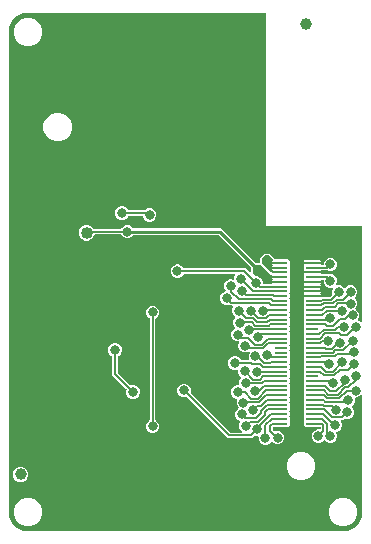
<source format=gbr>
G04 EAGLE Gerber RS-274X export*
G75*
%MOMM*%
%FSLAX34Y34*%
%LPD*%
%INBottom Copper*%
%IPPOS*%
%AMOC8*
5,1,8,0,0,1.08239X$1,22.5*%
G01*
%ADD10R,1.140000X0.200000*%
%ADD11C,1.000000*%
%ADD12C,0.838200*%
%ADD13C,1.016000*%
%ADD14C,0.152400*%
%ADD15C,0.200000*%
%ADD16C,0.177800*%
%ADD17C,0.254000*%
%ADD18C,0.203200*%

G36*
X287046Y2799D02*
X287046Y2799D01*
X287095Y2798D01*
X289870Y3072D01*
X289897Y3079D01*
X289925Y3079D01*
X290086Y3126D01*
X295214Y5250D01*
X295270Y5284D01*
X295330Y5310D01*
X295395Y5362D01*
X295423Y5379D01*
X295435Y5394D01*
X295461Y5415D01*
X299385Y9339D01*
X299423Y9392D01*
X299469Y9439D01*
X299509Y9512D01*
X299529Y9539D01*
X299534Y9558D01*
X299550Y9586D01*
X301674Y14714D01*
X301680Y14741D01*
X301694Y14766D01*
X301728Y14930D01*
X302002Y17705D01*
X302000Y17732D01*
X302005Y17780D01*
X302005Y117332D01*
X301994Y117403D01*
X301992Y117475D01*
X301974Y117524D01*
X301966Y117575D01*
X301932Y117638D01*
X301907Y117706D01*
X301875Y117746D01*
X301850Y117792D01*
X301798Y117842D01*
X301754Y117898D01*
X301710Y117926D01*
X301672Y117962D01*
X301607Y117992D01*
X301547Y118031D01*
X301496Y118043D01*
X301449Y118065D01*
X301378Y118073D01*
X301308Y118091D01*
X301256Y118087D01*
X301205Y118092D01*
X301134Y118077D01*
X301063Y118072D01*
X301015Y118051D01*
X300964Y118040D01*
X300903Y118003D01*
X300837Y117975D01*
X300781Y117930D01*
X300753Y117914D01*
X300738Y117896D01*
X300706Y117870D01*
X299656Y116820D01*
X297555Y115950D01*
X296649Y115950D01*
X296603Y115943D01*
X296558Y115945D01*
X296483Y115923D01*
X296406Y115911D01*
X296365Y115889D01*
X296321Y115876D01*
X296257Y115832D01*
X296189Y115795D01*
X296157Y115762D01*
X296119Y115736D01*
X296073Y115674D01*
X296019Y115617D01*
X296000Y115575D01*
X295972Y115539D01*
X295948Y115465D01*
X295916Y115394D01*
X295911Y115348D01*
X295896Y115305D01*
X295897Y115227D01*
X295889Y115150D01*
X295898Y115105D01*
X295899Y115059D01*
X295937Y114927D01*
X295941Y114909D01*
X295943Y114905D01*
X295945Y114898D01*
X296038Y114675D01*
X296038Y112401D01*
X295168Y110300D01*
X293558Y108691D01*
X293523Y108669D01*
X293480Y108654D01*
X293420Y108605D01*
X293353Y108564D01*
X293324Y108528D01*
X293288Y108500D01*
X293246Y108434D01*
X293196Y108374D01*
X293180Y108332D01*
X293155Y108293D01*
X293136Y108217D01*
X293108Y108145D01*
X293106Y108099D01*
X293095Y108054D01*
X293101Y107977D01*
X293098Y107899D01*
X293111Y107855D01*
X293114Y107809D01*
X293145Y107738D01*
X293166Y107663D01*
X293193Y107625D01*
X293211Y107583D01*
X293296Y107476D01*
X293307Y107461D01*
X293311Y107458D01*
X293315Y107452D01*
X294152Y106616D01*
X295022Y104515D01*
X295022Y102241D01*
X294152Y100140D01*
X292544Y98532D01*
X290443Y97662D01*
X288169Y97662D01*
X287688Y97862D01*
X287575Y97888D01*
X287461Y97917D01*
X287455Y97916D01*
X287449Y97918D01*
X287332Y97907D01*
X287216Y97898D01*
X287210Y97895D01*
X287204Y97895D01*
X287096Y97847D01*
X286989Y97801D01*
X286984Y97797D01*
X286979Y97795D01*
X286965Y97782D01*
X286858Y97697D01*
X285935Y96773D01*
X284684Y96773D01*
X284638Y96766D01*
X284593Y96768D01*
X284518Y96746D01*
X284441Y96734D01*
X284400Y96712D01*
X284356Y96699D01*
X284292Y96655D01*
X284224Y96618D01*
X284192Y96585D01*
X284154Y96559D01*
X284108Y96496D01*
X284054Y96440D01*
X284035Y96398D01*
X284007Y96362D01*
X283983Y96288D01*
X283951Y96217D01*
X283945Y96171D01*
X283931Y96128D01*
X283932Y96050D01*
X283923Y95973D01*
X283933Y95928D01*
X283934Y95882D01*
X283972Y95750D01*
X283976Y95732D01*
X283978Y95728D01*
X283980Y95721D01*
X284862Y93593D01*
X284862Y91319D01*
X283992Y89218D01*
X282384Y87610D01*
X280616Y86878D01*
X280599Y86868D01*
X280579Y86862D01*
X280494Y86803D01*
X280406Y86748D01*
X280394Y86733D01*
X280377Y86722D01*
X280316Y86639D01*
X280250Y86559D01*
X280242Y86540D01*
X280231Y86524D01*
X280199Y86426D01*
X280161Y86329D01*
X280161Y86309D01*
X280154Y86290D01*
X280155Y86187D01*
X280151Y86084D01*
X280157Y86064D01*
X280157Y86045D01*
X280204Y85883D01*
X280798Y84449D01*
X280798Y82175D01*
X279928Y80074D01*
X278320Y78466D01*
X276219Y77596D01*
X273945Y77596D01*
X271844Y78466D01*
X270667Y79643D01*
X270651Y79655D01*
X270639Y79671D01*
X270551Y79727D01*
X270468Y79787D01*
X270449Y79793D01*
X270432Y79804D01*
X270331Y79829D01*
X270232Y79859D01*
X270213Y79859D01*
X270193Y79864D01*
X270090Y79856D01*
X269987Y79853D01*
X269968Y79846D01*
X269948Y79845D01*
X269853Y79804D01*
X269756Y79769D01*
X269740Y79756D01*
X269722Y79748D01*
X269591Y79643D01*
X268160Y78212D01*
X266059Y77342D01*
X263785Y77342D01*
X261684Y78212D01*
X260076Y79820D01*
X259206Y81921D01*
X259206Y84195D01*
X260076Y86296D01*
X261684Y87904D01*
X263785Y88774D01*
X265938Y88774D01*
X265958Y88777D01*
X265977Y88775D01*
X266079Y88797D01*
X266181Y88813D01*
X266198Y88823D01*
X266218Y88827D01*
X266307Y88880D01*
X266398Y88929D01*
X266412Y88943D01*
X266429Y88953D01*
X266496Y89032D01*
X266568Y89107D01*
X266576Y89125D01*
X266589Y89140D01*
X266628Y89236D01*
X266671Y89330D01*
X266673Y89350D01*
X266681Y89368D01*
X266699Y89535D01*
X266699Y90514D01*
X266696Y90534D01*
X266698Y90553D01*
X266676Y90655D01*
X266660Y90757D01*
X266650Y90774D01*
X266646Y90794D01*
X266593Y90883D01*
X266544Y90974D01*
X266530Y90988D01*
X266520Y91005D01*
X266441Y91072D01*
X266366Y91144D01*
X266348Y91152D01*
X266333Y91165D01*
X266237Y91204D01*
X266143Y91247D01*
X266123Y91249D01*
X266105Y91257D01*
X265938Y91275D01*
X253268Y91275D01*
X252375Y92168D01*
X252375Y95536D01*
X252391Y95598D01*
X252421Y95696D01*
X252421Y95716D01*
X252426Y95736D01*
X252418Y95839D01*
X252415Y95942D01*
X252408Y95961D01*
X252407Y95981D01*
X252375Y96054D01*
X252375Y99536D01*
X252391Y99598D01*
X252421Y99696D01*
X252421Y99716D01*
X252426Y99736D01*
X252418Y99839D01*
X252415Y99942D01*
X252408Y99961D01*
X252407Y99981D01*
X252375Y100054D01*
X252375Y103536D01*
X252391Y103598D01*
X252421Y103696D01*
X252421Y103716D01*
X252426Y103736D01*
X252418Y103839D01*
X252415Y103942D01*
X252408Y103961D01*
X252407Y103981D01*
X252375Y104054D01*
X252375Y107536D01*
X252391Y107598D01*
X252421Y107696D01*
X252421Y107716D01*
X252426Y107736D01*
X252418Y107839D01*
X252415Y107942D01*
X252408Y107961D01*
X252407Y107981D01*
X252375Y108054D01*
X252375Y111536D01*
X252391Y111598D01*
X252421Y111696D01*
X252421Y111716D01*
X252426Y111736D01*
X252418Y111839D01*
X252415Y111942D01*
X252408Y111961D01*
X252407Y111981D01*
X252375Y112054D01*
X252375Y115536D01*
X252391Y115598D01*
X252421Y115696D01*
X252421Y115716D01*
X252426Y115736D01*
X252418Y115839D01*
X252415Y115942D01*
X252408Y115961D01*
X252407Y115981D01*
X252375Y116054D01*
X252375Y119536D01*
X252391Y119598D01*
X252421Y119696D01*
X252421Y119716D01*
X252426Y119736D01*
X252418Y119839D01*
X252415Y119942D01*
X252408Y119961D01*
X252407Y119981D01*
X252375Y120054D01*
X252375Y123536D01*
X252391Y123598D01*
X252421Y123696D01*
X252421Y123716D01*
X252426Y123736D01*
X252418Y123839D01*
X252415Y123942D01*
X252408Y123961D01*
X252407Y123981D01*
X252375Y124054D01*
X252375Y127536D01*
X252391Y127598D01*
X252421Y127696D01*
X252421Y127716D01*
X252426Y127736D01*
X252418Y127839D01*
X252415Y127942D01*
X252408Y127961D01*
X252407Y127981D01*
X252375Y128054D01*
X252375Y131536D01*
X252391Y131598D01*
X252421Y131696D01*
X252421Y131716D01*
X252426Y131736D01*
X252418Y131839D01*
X252415Y131942D01*
X252408Y131961D01*
X252407Y131981D01*
X252375Y132054D01*
X252375Y135536D01*
X252391Y135598D01*
X252421Y135696D01*
X252421Y135716D01*
X252426Y135736D01*
X252418Y135839D01*
X252415Y135942D01*
X252408Y135961D01*
X252407Y135981D01*
X252375Y136054D01*
X252375Y139536D01*
X252391Y139598D01*
X252421Y139696D01*
X252421Y139716D01*
X252426Y139736D01*
X252418Y139839D01*
X252415Y139942D01*
X252408Y139961D01*
X252407Y139981D01*
X252375Y140054D01*
X252375Y143536D01*
X252391Y143598D01*
X252421Y143696D01*
X252421Y143716D01*
X252426Y143736D01*
X252418Y143839D01*
X252415Y143942D01*
X252408Y143961D01*
X252407Y143981D01*
X252375Y144054D01*
X252375Y147536D01*
X252391Y147598D01*
X252421Y147696D01*
X252421Y147716D01*
X252426Y147736D01*
X252418Y147839D01*
X252415Y147942D01*
X252408Y147961D01*
X252407Y147981D01*
X252375Y148054D01*
X252375Y151536D01*
X252391Y151598D01*
X252421Y151696D01*
X252421Y151716D01*
X252426Y151736D01*
X252418Y151839D01*
X252415Y151942D01*
X252408Y151961D01*
X252407Y151981D01*
X252375Y152054D01*
X252375Y155536D01*
X252389Y155589D01*
X252394Y155601D01*
X252396Y155613D01*
X252421Y155696D01*
X252421Y155716D01*
X252426Y155736D01*
X252419Y155823D01*
X252421Y155845D01*
X252417Y155866D01*
X252415Y155942D01*
X252408Y155961D01*
X252407Y155981D01*
X252377Y156051D01*
X252375Y156058D01*
X252375Y159536D01*
X252391Y159598D01*
X252421Y159696D01*
X252421Y159716D01*
X252426Y159736D01*
X252418Y159839D01*
X252415Y159942D01*
X252408Y159961D01*
X252407Y159981D01*
X252375Y160054D01*
X252375Y163536D01*
X252391Y163598D01*
X252421Y163697D01*
X252421Y163717D01*
X252426Y163736D01*
X252418Y163839D01*
X252415Y163942D01*
X252408Y163961D01*
X252407Y163981D01*
X252375Y164055D01*
X252375Y167536D01*
X252391Y167598D01*
X252421Y167696D01*
X252421Y167716D01*
X252426Y167736D01*
X252418Y167839D01*
X252415Y167942D01*
X252408Y167961D01*
X252407Y167981D01*
X252375Y168054D01*
X252375Y171536D01*
X252383Y171567D01*
X252392Y171587D01*
X252395Y171612D01*
X252421Y171696D01*
X252421Y171716D01*
X252426Y171736D01*
X252419Y171824D01*
X252420Y171832D01*
X252418Y171841D01*
X252415Y171942D01*
X252408Y171961D01*
X252407Y171981D01*
X252375Y172054D01*
X252375Y175536D01*
X252391Y175598D01*
X252421Y175696D01*
X252421Y175716D01*
X252426Y175736D01*
X252418Y175839D01*
X252415Y175942D01*
X252408Y175961D01*
X252407Y175981D01*
X252375Y176054D01*
X252375Y179536D01*
X252391Y179598D01*
X252421Y179696D01*
X252421Y179716D01*
X252426Y179736D01*
X252418Y179839D01*
X252415Y179942D01*
X252408Y179961D01*
X252407Y179981D01*
X252375Y180054D01*
X252375Y183536D01*
X252391Y183598D01*
X252421Y183696D01*
X252421Y183716D01*
X252426Y183736D01*
X252418Y183839D01*
X252415Y183942D01*
X252408Y183961D01*
X252407Y183981D01*
X252375Y184054D01*
X252375Y187536D01*
X252391Y187598D01*
X252421Y187696D01*
X252421Y187716D01*
X252426Y187736D01*
X252418Y187839D01*
X252415Y187942D01*
X252408Y187961D01*
X252407Y187981D01*
X252375Y188054D01*
X252375Y191536D01*
X252391Y191598D01*
X252421Y191696D01*
X252421Y191716D01*
X252426Y191736D01*
X252418Y191839D01*
X252415Y191942D01*
X252408Y191961D01*
X252407Y191981D01*
X252375Y192054D01*
X252375Y195536D01*
X252391Y195598D01*
X252421Y195696D01*
X252421Y195716D01*
X252426Y195736D01*
X252418Y195839D01*
X252415Y195942D01*
X252408Y195961D01*
X252407Y195981D01*
X252375Y196054D01*
X252375Y199450D01*
X252396Y199479D01*
X252466Y199573D01*
X252467Y199578D01*
X252471Y199584D01*
X252506Y199696D01*
X252542Y199806D01*
X252542Y199813D01*
X252543Y199819D01*
X252540Y199935D01*
X252539Y200052D01*
X252537Y200060D01*
X252537Y200064D01*
X252531Y200082D01*
X252493Y200213D01*
X252375Y200497D01*
X252375Y201039D01*
X259600Y201039D01*
X267175Y201039D01*
X267176Y201038D01*
X267191Y201025D01*
X267287Y200986D01*
X267381Y200943D01*
X267401Y200941D01*
X267419Y200933D01*
X267586Y200915D01*
X274073Y200915D01*
X274164Y200929D01*
X274254Y200937D01*
X274284Y200949D01*
X274316Y200954D01*
X274397Y200997D01*
X274481Y201033D01*
X274513Y201059D01*
X274534Y201070D01*
X274556Y201093D01*
X274612Y201138D01*
X276259Y202784D01*
X276327Y202880D01*
X276396Y202973D01*
X276398Y202979D01*
X276402Y202984D01*
X276436Y203096D01*
X276473Y203207D01*
X276473Y203213D01*
X276474Y203219D01*
X276471Y203336D01*
X276470Y203453D01*
X276468Y203460D01*
X276468Y203465D01*
X276462Y203483D01*
X276424Y203614D01*
X276224Y204095D01*
X276224Y206369D01*
X276843Y207862D01*
X276853Y207906D01*
X276872Y207948D01*
X276881Y208025D01*
X276899Y208101D01*
X276894Y208147D01*
X276900Y208192D01*
X276883Y208269D01*
X276876Y208346D01*
X276857Y208388D01*
X276847Y208433D01*
X276807Y208500D01*
X276776Y208571D01*
X276745Y208605D01*
X276721Y208644D01*
X276662Y208695D01*
X276609Y208752D01*
X276569Y208774D01*
X276534Y208804D01*
X276462Y208833D01*
X276394Y208870D01*
X276349Y208879D01*
X276306Y208896D01*
X276170Y208911D01*
X276152Y208914D01*
X276147Y208913D01*
X276139Y208914D01*
X273953Y208914D01*
X271852Y209784D01*
X270244Y211392D01*
X269374Y213493D01*
X269374Y214752D01*
X269371Y214772D01*
X269373Y214791D01*
X269351Y214893D01*
X269335Y214995D01*
X269325Y215012D01*
X269321Y215032D01*
X269268Y215121D01*
X269219Y215212D01*
X269205Y215226D01*
X269195Y215243D01*
X269116Y215310D01*
X269041Y215382D01*
X269023Y215390D01*
X269008Y215403D01*
X268912Y215442D01*
X268818Y215485D01*
X268798Y215487D01*
X268780Y215495D01*
X268613Y215513D01*
X267586Y215513D01*
X267566Y215510D01*
X267547Y215512D01*
X267445Y215490D01*
X267343Y215474D01*
X267326Y215464D01*
X267306Y215460D01*
X267217Y215407D01*
X267126Y215358D01*
X267112Y215344D01*
X267095Y215334D01*
X267028Y215255D01*
X266956Y215180D01*
X266948Y215162D01*
X266935Y215147D01*
X266896Y215051D01*
X266853Y214957D01*
X266851Y214937D01*
X266843Y214919D01*
X266825Y214752D01*
X266825Y214561D01*
X259600Y214561D01*
X252375Y214561D01*
X252375Y215103D01*
X252493Y215387D01*
X252519Y215500D01*
X252548Y215614D01*
X252547Y215620D01*
X252549Y215626D01*
X252538Y215742D01*
X252529Y215859D01*
X252526Y215865D01*
X252526Y215871D01*
X252478Y215978D01*
X252432Y216085D01*
X252428Y216091D01*
X252426Y216096D01*
X252413Y216109D01*
X252375Y216157D01*
X252375Y219450D01*
X252396Y219479D01*
X252466Y219573D01*
X252467Y219578D01*
X252471Y219584D01*
X252506Y219696D01*
X252542Y219806D01*
X252542Y219813D01*
X252543Y219819D01*
X252540Y219935D01*
X252539Y220052D01*
X252537Y220060D01*
X252537Y220064D01*
X252531Y220082D01*
X252493Y220213D01*
X252375Y220497D01*
X252375Y221039D01*
X259600Y221039D01*
X266825Y221039D01*
X266825Y220848D01*
X266828Y220828D01*
X266826Y220809D01*
X266848Y220707D01*
X266864Y220605D01*
X266874Y220588D01*
X266878Y220568D01*
X266931Y220479D01*
X266980Y220388D01*
X266994Y220374D01*
X267004Y220357D01*
X267083Y220290D01*
X267158Y220218D01*
X267176Y220210D01*
X267191Y220197D01*
X267287Y220158D01*
X267381Y220115D01*
X267401Y220113D01*
X267419Y220105D01*
X267586Y220087D01*
X273176Y220087D01*
X273241Y220097D01*
X273307Y220098D01*
X273387Y220121D01*
X273419Y220126D01*
X273436Y220136D01*
X273468Y220145D01*
X273953Y220346D01*
X276227Y220346D01*
X278328Y219476D01*
X279936Y217868D01*
X280806Y215767D01*
X280806Y213493D01*
X280187Y212000D01*
X280177Y211956D01*
X280158Y211914D01*
X280149Y211837D01*
X280131Y211761D01*
X280136Y211715D01*
X280130Y211670D01*
X280147Y211593D01*
X280154Y211516D01*
X280173Y211474D01*
X280183Y211429D01*
X280223Y211362D01*
X280254Y211291D01*
X280285Y211257D01*
X280309Y211218D01*
X280368Y211167D01*
X280421Y211110D01*
X280461Y211088D01*
X280496Y211058D01*
X280568Y211029D01*
X280636Y210992D01*
X280681Y210983D01*
X280724Y210966D01*
X280860Y210951D01*
X280878Y210948D01*
X280883Y210949D01*
X280891Y210948D01*
X283077Y210948D01*
X285178Y210078D01*
X286482Y208774D01*
X286498Y208762D01*
X286510Y208746D01*
X286598Y208690D01*
X286681Y208630D01*
X286700Y208624D01*
X286717Y208613D01*
X286818Y208588D01*
X286917Y208558D01*
X286936Y208558D01*
X286956Y208553D01*
X287059Y208561D01*
X287162Y208564D01*
X287181Y208571D01*
X287201Y208572D01*
X287296Y208613D01*
X287393Y208648D01*
X287409Y208661D01*
X287427Y208669D01*
X287558Y208774D01*
X288862Y210078D01*
X290963Y210948D01*
X293237Y210948D01*
X295338Y210078D01*
X296946Y208470D01*
X297816Y206369D01*
X297816Y204095D01*
X296946Y201994D01*
X295769Y200817D01*
X295757Y200801D01*
X295741Y200789D01*
X295685Y200701D01*
X295625Y200618D01*
X295619Y200599D01*
X295608Y200582D01*
X295583Y200481D01*
X295553Y200382D01*
X295553Y200363D01*
X295548Y200343D01*
X295556Y200240D01*
X295559Y200137D01*
X295566Y200118D01*
X295567Y200098D01*
X295608Y200003D01*
X295643Y199906D01*
X295656Y199890D01*
X295664Y199872D01*
X295769Y199741D01*
X296946Y198564D01*
X297816Y196463D01*
X297816Y194189D01*
X296946Y192088D01*
X296512Y191655D01*
X296485Y191618D01*
X296452Y191587D01*
X296414Y191518D01*
X296369Y191455D01*
X296355Y191411D01*
X296333Y191371D01*
X296319Y191294D01*
X296296Y191220D01*
X296297Y191174D01*
X296289Y191129D01*
X296301Y191052D01*
X296303Y190974D01*
X296318Y190931D01*
X296325Y190886D01*
X296360Y190816D01*
X296387Y190743D01*
X296416Y190707D01*
X296437Y190666D01*
X296492Y190612D01*
X296541Y190551D01*
X296579Y190526D01*
X296612Y190494D01*
X296732Y190428D01*
X296748Y190418D01*
X296752Y190417D01*
X296759Y190413D01*
X297116Y190266D01*
X298724Y188658D01*
X299594Y186557D01*
X299594Y184283D01*
X298724Y182182D01*
X298693Y182152D01*
X298666Y182114D01*
X298632Y182083D01*
X298595Y182015D01*
X298549Y181952D01*
X298536Y181908D01*
X298514Y181868D01*
X298500Y181791D01*
X298477Y181717D01*
X298478Y181671D01*
X298470Y181626D01*
X298481Y181549D01*
X298483Y181471D01*
X298499Y181428D01*
X298506Y181382D01*
X298541Y181313D01*
X298568Y181240D01*
X298597Y181204D01*
X298617Y181163D01*
X298673Y181109D01*
X298721Y181048D01*
X298760Y181023D01*
X298793Y180991D01*
X298913Y180925D01*
X298928Y180915D01*
X298933Y180914D01*
X298940Y180910D01*
X299656Y180614D01*
X300706Y179564D01*
X300764Y179522D01*
X300816Y179472D01*
X300863Y179450D01*
X300905Y179420D01*
X300974Y179399D01*
X301039Y179369D01*
X301091Y179363D01*
X301141Y179348D01*
X301212Y179349D01*
X301283Y179342D01*
X301334Y179353D01*
X301386Y179354D01*
X301454Y179379D01*
X301524Y179394D01*
X301569Y179421D01*
X301617Y179438D01*
X301673Y179483D01*
X301735Y179520D01*
X301769Y179560D01*
X301809Y179592D01*
X301848Y179652D01*
X301895Y179707D01*
X301914Y179755D01*
X301942Y179799D01*
X301960Y179869D01*
X301987Y179935D01*
X301995Y180006D01*
X302003Y180038D01*
X302001Y180061D01*
X302005Y180102D01*
X302005Y260350D01*
X302002Y260370D01*
X302004Y260389D01*
X301982Y260491D01*
X301966Y260593D01*
X301956Y260610D01*
X301952Y260630D01*
X301899Y260719D01*
X301850Y260810D01*
X301836Y260824D01*
X301826Y260841D01*
X301747Y260908D01*
X301672Y260980D01*
X301654Y260988D01*
X301639Y261001D01*
X301543Y261040D01*
X301449Y261083D01*
X301429Y261085D01*
X301411Y261093D01*
X301244Y261111D01*
X220769Y261111D01*
X220471Y261409D01*
X220471Y440944D01*
X220468Y440964D01*
X220470Y440983D01*
X220448Y441085D01*
X220432Y441187D01*
X220422Y441204D01*
X220418Y441224D01*
X220365Y441313D01*
X220316Y441404D01*
X220302Y441418D01*
X220292Y441435D01*
X220213Y441502D01*
X220138Y441574D01*
X220120Y441582D01*
X220105Y441595D01*
X220009Y441634D01*
X219915Y441677D01*
X219895Y441679D01*
X219877Y441687D01*
X219710Y441705D01*
X17780Y441705D01*
X17754Y441701D01*
X17705Y441702D01*
X14930Y441428D01*
X14903Y441421D01*
X14875Y441421D01*
X14714Y441374D01*
X9586Y439250D01*
X9530Y439216D01*
X9470Y439190D01*
X9405Y439138D01*
X9377Y439121D01*
X9365Y439106D01*
X9339Y439085D01*
X5415Y435161D01*
X5377Y435108D01*
X5331Y435061D01*
X5291Y434988D01*
X5271Y434961D01*
X5266Y434942D01*
X5250Y434914D01*
X3126Y429786D01*
X3120Y429759D01*
X3106Y429734D01*
X3072Y429570D01*
X2798Y426795D01*
X2800Y426768D01*
X2795Y426720D01*
X2795Y17780D01*
X2799Y17754D01*
X2798Y17705D01*
X3072Y14930D01*
X3079Y14903D01*
X3079Y14875D01*
X3126Y14714D01*
X5250Y9586D01*
X5284Y9530D01*
X5310Y9470D01*
X5362Y9405D01*
X5379Y9377D01*
X5394Y9365D01*
X5415Y9339D01*
X9339Y5415D01*
X9392Y5377D01*
X9439Y5331D01*
X9512Y5291D01*
X9539Y5271D01*
X9558Y5266D01*
X9586Y5250D01*
X14714Y3126D01*
X14741Y3120D01*
X14766Y3106D01*
X14930Y3072D01*
X17705Y2798D01*
X17732Y2800D01*
X17780Y2795D01*
X287020Y2795D01*
X287046Y2799D01*
G37*
%LPC*%
G36*
X218827Y75818D02*
X218827Y75818D01*
X216726Y76688D01*
X215118Y78296D01*
X214248Y80397D01*
X214248Y82423D01*
X214245Y82443D01*
X214247Y82462D01*
X214225Y82564D01*
X214209Y82666D01*
X214199Y82683D01*
X214195Y82703D01*
X214142Y82792D01*
X214093Y82883D01*
X214079Y82897D01*
X214069Y82914D01*
X213990Y82981D01*
X213915Y83053D01*
X213897Y83061D01*
X213882Y83074D01*
X213786Y83113D01*
X213692Y83156D01*
X213672Y83158D01*
X213654Y83166D01*
X213487Y83184D01*
X211969Y83184D01*
X211488Y83384D01*
X211375Y83410D01*
X211261Y83439D01*
X211255Y83438D01*
X211249Y83440D01*
X211132Y83429D01*
X211016Y83420D01*
X211010Y83417D01*
X211004Y83417D01*
X210896Y83369D01*
X210789Y83323D01*
X210784Y83319D01*
X210779Y83317D01*
X210765Y83304D01*
X210658Y83219D01*
X208973Y81533D01*
X188283Y81533D01*
X186720Y83096D01*
X153578Y116239D01*
X153483Y116307D01*
X153389Y116376D01*
X153383Y116378D01*
X153378Y116382D01*
X153266Y116416D01*
X153155Y116453D01*
X153149Y116453D01*
X153143Y116454D01*
X153026Y116451D01*
X152909Y116450D01*
X152902Y116448D01*
X152897Y116448D01*
X152879Y116442D01*
X152748Y116404D01*
X152267Y116204D01*
X149993Y116204D01*
X147892Y117074D01*
X146284Y118682D01*
X145414Y120783D01*
X145414Y123057D01*
X146284Y125158D01*
X147892Y126766D01*
X149993Y127636D01*
X152267Y127636D01*
X154368Y126766D01*
X155976Y125158D01*
X156846Y123057D01*
X156846Y120783D01*
X156646Y120302D01*
X156637Y120261D01*
X156623Y120232D01*
X156618Y120180D01*
X156591Y120075D01*
X156592Y120069D01*
X156590Y120063D01*
X156597Y119993D01*
X156596Y119988D01*
X156598Y119980D01*
X156601Y119946D01*
X156610Y119830D01*
X156613Y119824D01*
X156613Y119818D01*
X156661Y119710D01*
X156707Y119603D01*
X156711Y119598D01*
X156713Y119593D01*
X156726Y119579D01*
X156811Y119472D01*
X189954Y86330D01*
X190028Y86276D01*
X190098Y86217D01*
X190128Y86205D01*
X190154Y86186D01*
X190241Y86159D01*
X190326Y86125D01*
X190367Y86121D01*
X190389Y86114D01*
X190421Y86115D01*
X190492Y86107D01*
X199374Y86107D01*
X199445Y86118D01*
X199517Y86120D01*
X199566Y86138D01*
X199617Y86146D01*
X199680Y86180D01*
X199748Y86205D01*
X199788Y86237D01*
X199834Y86262D01*
X199884Y86314D01*
X199940Y86358D01*
X199968Y86402D01*
X200004Y86440D01*
X200034Y86505D01*
X200073Y86565D01*
X200085Y86616D01*
X200107Y86663D01*
X200115Y86734D01*
X200133Y86804D01*
X200129Y86856D01*
X200134Y86907D01*
X200119Y86978D01*
X200114Y87049D01*
X200093Y87097D01*
X200082Y87148D01*
X200045Y87209D01*
X200017Y87275D01*
X199972Y87331D01*
X199956Y87359D01*
X199938Y87374D01*
X199912Y87406D01*
X198608Y88710D01*
X197738Y90811D01*
X197738Y93085D01*
X198586Y95133D01*
X198591Y95152D01*
X198601Y95169D01*
X198619Y95271D01*
X198643Y95372D01*
X198641Y95392D01*
X198644Y95412D01*
X198629Y95514D01*
X198620Y95617D01*
X198611Y95635D01*
X198609Y95655D01*
X198562Y95747D01*
X198520Y95842D01*
X198506Y95856D01*
X198497Y95874D01*
X198423Y95947D01*
X198353Y96023D01*
X198336Y96032D01*
X198321Y96046D01*
X198174Y96127D01*
X196660Y96754D01*
X195052Y98362D01*
X194182Y100463D01*
X194182Y102737D01*
X195052Y104838D01*
X196660Y106446D01*
X196837Y106519D01*
X196876Y106543D01*
X196919Y106559D01*
X196980Y106608D01*
X197046Y106648D01*
X197076Y106684D01*
X197111Y106713D01*
X197154Y106778D01*
X197203Y106838D01*
X197220Y106881D01*
X197244Y106919D01*
X197263Y106995D01*
X197291Y107068D01*
X197293Y107113D01*
X197305Y107158D01*
X197298Y107235D01*
X197302Y107313D01*
X197289Y107357D01*
X197285Y107403D01*
X197255Y107475D01*
X197233Y107550D01*
X197207Y107587D01*
X197189Y107629D01*
X197104Y107736D01*
X197093Y107752D01*
X197089Y107755D01*
X197084Y107760D01*
X196576Y108268D01*
X195706Y110369D01*
X195706Y112643D01*
X196136Y113681D01*
X196141Y113700D01*
X196150Y113718D01*
X196169Y113820D01*
X196192Y113920D01*
X196191Y113940D01*
X196194Y113960D01*
X196179Y114062D01*
X196169Y114165D01*
X196161Y114184D01*
X196158Y114203D01*
X196111Y114296D01*
X196069Y114390D01*
X196056Y114405D01*
X196047Y114423D01*
X195973Y114495D01*
X195903Y114571D01*
X195885Y114581D01*
X195871Y114595D01*
X195724Y114676D01*
X193612Y115550D01*
X192004Y117158D01*
X191134Y119259D01*
X191134Y121533D01*
X192004Y123634D01*
X193612Y125242D01*
X195713Y126112D01*
X196723Y126112D01*
X196743Y126115D01*
X196762Y126113D01*
X196864Y126135D01*
X196966Y126151D01*
X196983Y126161D01*
X197003Y126165D01*
X197092Y126218D01*
X197183Y126267D01*
X197197Y126281D01*
X197214Y126291D01*
X197281Y126370D01*
X197353Y126445D01*
X197361Y126463D01*
X197374Y126478D01*
X197413Y126574D01*
X197456Y126668D01*
X197458Y126688D01*
X197466Y126706D01*
X197484Y126873D01*
X197484Y129153D01*
X198354Y131254D01*
X199445Y132344D01*
X199471Y132381D01*
X199505Y132412D01*
X199543Y132480D01*
X199588Y132544D01*
X199602Y132587D01*
X199624Y132628D01*
X199638Y132704D01*
X199661Y132779D01*
X199659Y132825D01*
X199668Y132870D01*
X199656Y132947D01*
X199654Y133025D01*
X199638Y133068D01*
X199632Y133113D01*
X199597Y133182D01*
X199570Y133256D01*
X199541Y133291D01*
X199520Y133332D01*
X199465Y133387D01*
X199416Y133448D01*
X199377Y133472D01*
X199345Y133505D01*
X199225Y133571D01*
X199209Y133581D01*
X199204Y133582D01*
X199201Y133584D01*
X197592Y135192D01*
X196722Y137293D01*
X196722Y138707D01*
X196715Y138752D01*
X196717Y138798D01*
X196695Y138873D01*
X196683Y138950D01*
X196661Y138991D01*
X196648Y139035D01*
X196604Y139099D01*
X196567Y139167D01*
X196534Y139199D01*
X196508Y139237D01*
X196445Y139283D01*
X196389Y139337D01*
X196347Y139356D01*
X196311Y139383D01*
X196237Y139408D01*
X196166Y139440D01*
X196120Y139445D01*
X196077Y139460D01*
X195999Y139459D01*
X195922Y139467D01*
X195877Y139458D01*
X195831Y139457D01*
X195699Y139419D01*
X195681Y139415D01*
X195677Y139413D01*
X195670Y139411D01*
X195447Y139318D01*
X193173Y139318D01*
X191072Y140188D01*
X189464Y141796D01*
X188594Y143897D01*
X188594Y146171D01*
X189464Y148272D01*
X191072Y149880D01*
X193173Y150750D01*
X195447Y150750D01*
X197548Y149880D01*
X199156Y148272D01*
X199355Y147791D01*
X199417Y147691D01*
X199476Y147591D01*
X199481Y147587D01*
X199484Y147582D01*
X199575Y147507D01*
X199663Y147431D01*
X199669Y147429D01*
X199674Y147425D01*
X199782Y147383D01*
X199891Y147339D01*
X199899Y147338D01*
X199904Y147337D01*
X199922Y147336D01*
X200058Y147321D01*
X205729Y147321D01*
X205774Y147328D01*
X205820Y147326D01*
X205895Y147348D01*
X205971Y147360D01*
X206012Y147382D01*
X206056Y147395D01*
X206120Y147439D01*
X206189Y147476D01*
X206220Y147509D01*
X206258Y147535D01*
X206305Y147597D01*
X206358Y147654D01*
X206378Y147696D01*
X206405Y147732D01*
X206429Y147806D01*
X206462Y147877D01*
X206467Y147923D01*
X206481Y147966D01*
X206480Y148044D01*
X206489Y148121D01*
X206479Y148166D01*
X206479Y148212D01*
X206441Y148344D01*
X206437Y148362D01*
X206434Y148366D01*
X206432Y148373D01*
X205866Y149739D01*
X205866Y152013D01*
X206604Y153793D01*
X206620Y153863D01*
X206646Y153930D01*
X206648Y153982D01*
X206660Y154032D01*
X206653Y154104D01*
X206656Y154175D01*
X206642Y154226D01*
X206637Y154277D01*
X206608Y154343D01*
X206588Y154412D01*
X206558Y154455D01*
X206537Y154502D01*
X206488Y154555D01*
X206447Y154614D01*
X206406Y154645D01*
X206370Y154683D01*
X206307Y154718D01*
X206250Y154761D01*
X206200Y154777D01*
X206155Y154802D01*
X206084Y154815D01*
X206016Y154837D01*
X205964Y154836D01*
X205913Y154845D01*
X205842Y154835D01*
X205770Y154834D01*
X205701Y154814D01*
X205669Y154810D01*
X205649Y154799D01*
X205609Y154788D01*
X203829Y154050D01*
X201555Y154050D01*
X199454Y154920D01*
X197846Y156528D01*
X196976Y158629D01*
X196976Y160903D01*
X197595Y162396D01*
X197604Y162434D01*
X197612Y162452D01*
X197613Y162456D01*
X197624Y162482D01*
X197633Y162559D01*
X197651Y162635D01*
X197646Y162681D01*
X197652Y162726D01*
X197635Y162803D01*
X197628Y162880D01*
X197609Y162922D01*
X197599Y162967D01*
X197559Y163034D01*
X197528Y163105D01*
X197497Y163139D01*
X197473Y163178D01*
X197414Y163229D01*
X197361Y163286D01*
X197321Y163308D01*
X197286Y163338D01*
X197214Y163367D01*
X197146Y163404D01*
X197101Y163413D01*
X197058Y163430D01*
X196922Y163445D01*
X196904Y163448D01*
X196899Y163447D01*
X196891Y163448D01*
X195459Y163448D01*
X193358Y164318D01*
X191750Y165926D01*
X190880Y168027D01*
X190880Y170301D01*
X191750Y172402D01*
X193358Y174010D01*
X193715Y174157D01*
X193754Y174181D01*
X193797Y174197D01*
X193858Y174246D01*
X193924Y174287D01*
X193953Y174322D01*
X193989Y174351D01*
X194031Y174416D01*
X194081Y174476D01*
X194097Y174519D01*
X194122Y174558D01*
X194141Y174633D01*
X194169Y174706D01*
X194171Y174752D01*
X194182Y174796D01*
X194176Y174874D01*
X194179Y174952D01*
X194167Y174996D01*
X194163Y175042D01*
X194133Y175113D01*
X194111Y175188D01*
X194085Y175226D01*
X194067Y175268D01*
X193981Y175375D01*
X193971Y175390D01*
X193967Y175393D01*
X193962Y175399D01*
X193274Y176086D01*
X192404Y178187D01*
X192404Y180461D01*
X193274Y182562D01*
X194197Y183485D01*
X194209Y183501D01*
X194225Y183513D01*
X194281Y183601D01*
X194341Y183684D01*
X194347Y183703D01*
X194358Y183720D01*
X194383Y183821D01*
X194413Y183920D01*
X194413Y183939D01*
X194418Y183959D01*
X194410Y184062D01*
X194407Y184165D01*
X194400Y184184D01*
X194399Y184204D01*
X194358Y184299D01*
X194323Y184396D01*
X194310Y184412D01*
X194302Y184430D01*
X194197Y184561D01*
X192512Y186246D01*
X191642Y188347D01*
X191642Y190621D01*
X192524Y192749D01*
X192534Y192793D01*
X192553Y192835D01*
X192562Y192912D01*
X192580Y192988D01*
X192575Y193034D01*
X192581Y193079D01*
X192564Y193156D01*
X192557Y193233D01*
X192538Y193275D01*
X192528Y193320D01*
X192488Y193387D01*
X192457Y193458D01*
X192426Y193492D01*
X192402Y193531D01*
X192343Y193582D01*
X192290Y193639D01*
X192250Y193661D01*
X192215Y193691D01*
X192143Y193720D01*
X192075Y193757D01*
X192030Y193766D01*
X191987Y193783D01*
X191851Y193798D01*
X191833Y193801D01*
X191828Y193800D01*
X191820Y193801D01*
X190061Y193801D01*
X189646Y194217D01*
X189550Y194285D01*
X189457Y194354D01*
X189451Y194356D01*
X189446Y194360D01*
X189334Y194394D01*
X189223Y194431D01*
X189217Y194431D01*
X189211Y194432D01*
X189094Y194429D01*
X188977Y194428D01*
X188970Y194426D01*
X188965Y194426D01*
X188947Y194420D01*
X188816Y194382D01*
X188335Y194182D01*
X186061Y194182D01*
X183960Y195052D01*
X182352Y196660D01*
X181482Y198761D01*
X181482Y201035D01*
X182352Y203136D01*
X183960Y204744D01*
X185933Y205561D01*
X185972Y205585D01*
X186016Y205601D01*
X186076Y205649D01*
X186142Y205690D01*
X186172Y205726D01*
X186208Y205755D01*
X186250Y205820D01*
X186299Y205880D01*
X186316Y205923D01*
X186341Y205961D01*
X186360Y206037D01*
X186387Y206110D01*
X186389Y206155D01*
X186401Y206200D01*
X186395Y206278D01*
X186398Y206355D01*
X186385Y206399D01*
X186381Y206445D01*
X186351Y206517D01*
X186329Y206592D01*
X186303Y206629D01*
X186285Y206672D01*
X186200Y206778D01*
X186189Y206794D01*
X186185Y206797D01*
X186180Y206802D01*
X186162Y206820D01*
X185292Y208921D01*
X185292Y211195D01*
X186162Y213296D01*
X187770Y214904D01*
X189871Y215774D01*
X192145Y215774D01*
X192622Y215576D01*
X192666Y215566D01*
X192708Y215546D01*
X192785Y215538D01*
X192861Y215520D01*
X192907Y215524D01*
X192952Y215519D01*
X193029Y215536D01*
X193106Y215543D01*
X193148Y215562D01*
X193193Y215572D01*
X193260Y215612D01*
X193331Y215643D01*
X193365Y215674D01*
X193404Y215698D01*
X193455Y215757D01*
X193512Y215810D01*
X193534Y215850D01*
X193564Y215885D01*
X193593Y215957D01*
X193630Y216025D01*
X193639Y216070D01*
X193656Y216113D01*
X193671Y216249D01*
X193674Y216267D01*
X193673Y216272D01*
X193674Y216280D01*
X193674Y217037D01*
X194556Y219165D01*
X194566Y219209D01*
X194585Y219251D01*
X194594Y219328D01*
X194612Y219404D01*
X194607Y219450D01*
X194613Y219495D01*
X194596Y219572D01*
X194589Y219649D01*
X194570Y219691D01*
X194560Y219736D01*
X194520Y219803D01*
X194489Y219874D01*
X194458Y219908D01*
X194434Y219947D01*
X194375Y219998D01*
X194322Y220055D01*
X194282Y220077D01*
X194247Y220107D01*
X194175Y220136D01*
X194107Y220173D01*
X194062Y220182D01*
X194019Y220199D01*
X193883Y220214D01*
X193865Y220217D01*
X193860Y220216D01*
X193852Y220217D01*
X151185Y220217D01*
X151070Y220199D01*
X150954Y220181D01*
X150948Y220179D01*
X150942Y220178D01*
X150839Y220123D01*
X150735Y220070D01*
X150730Y220065D01*
X150725Y220062D01*
X150644Y219978D01*
X150562Y219894D01*
X150559Y219888D01*
X150555Y219884D01*
X150547Y219867D01*
X150482Y219747D01*
X150388Y219520D01*
X148780Y217912D01*
X146679Y217042D01*
X144405Y217042D01*
X142304Y217912D01*
X140696Y219520D01*
X139826Y221621D01*
X139826Y223895D01*
X140696Y225996D01*
X142304Y227604D01*
X144405Y228474D01*
X146679Y228474D01*
X148780Y227604D01*
X150388Y225996D01*
X150482Y225769D01*
X150543Y225670D01*
X150603Y225569D01*
X150608Y225565D01*
X150611Y225560D01*
X150701Y225485D01*
X150790Y225409D01*
X150796Y225407D01*
X150801Y225403D01*
X150909Y225361D01*
X151018Y225317D01*
X151026Y225316D01*
X151030Y225315D01*
X151049Y225314D01*
X151185Y225299D01*
X203236Y225299D01*
X206726Y221809D01*
X206784Y221768D01*
X206836Y221718D01*
X206883Y221696D01*
X206925Y221666D01*
X206994Y221645D01*
X207059Y221615D01*
X207111Y221609D01*
X207161Y221593D01*
X207232Y221595D01*
X207303Y221587D01*
X207354Y221599D01*
X207406Y221600D01*
X207474Y221624D01*
X207544Y221640D01*
X207589Y221666D01*
X207637Y221684D01*
X207693Y221729D01*
X207755Y221766D01*
X207789Y221805D01*
X207829Y221838D01*
X207868Y221898D01*
X207915Y221953D01*
X207934Y222001D01*
X207962Y222045D01*
X207980Y222114D01*
X208007Y222181D01*
X208015Y222252D01*
X208023Y222283D01*
X208021Y222307D01*
X208025Y222348D01*
X208025Y225349D01*
X208011Y225439D01*
X208003Y225530D01*
X207991Y225560D01*
X207986Y225592D01*
X207943Y225672D01*
X207907Y225756D01*
X207881Y225788D01*
X207870Y225809D01*
X207847Y225831D01*
X207802Y225887D01*
X180421Y253268D01*
X180347Y253321D01*
X180278Y253381D01*
X180248Y253393D01*
X180222Y253412D01*
X180135Y253439D01*
X180050Y253473D01*
X180009Y253477D01*
X179987Y253484D01*
X179954Y253483D01*
X179883Y253491D01*
X108662Y253491D01*
X108546Y253472D01*
X108431Y253455D01*
X108425Y253453D01*
X108419Y253452D01*
X108316Y253397D01*
X108211Y253344D01*
X108207Y253339D01*
X108202Y253336D01*
X108121Y253252D01*
X108039Y253168D01*
X108036Y253162D01*
X108032Y253158D01*
X108024Y253141D01*
X107978Y253056D01*
X106362Y251440D01*
X104261Y250570D01*
X101987Y250570D01*
X99886Y251440D01*
X98278Y253048D01*
X98132Y253402D01*
X98070Y253502D01*
X98010Y253602D01*
X98005Y253606D01*
X98002Y253611D01*
X97912Y253686D01*
X97823Y253762D01*
X97818Y253764D01*
X97813Y253768D01*
X97704Y253810D01*
X97595Y253854D01*
X97588Y253855D01*
X97583Y253856D01*
X97565Y253857D01*
X97428Y253872D01*
X75659Y253872D01*
X75544Y253853D01*
X75428Y253836D01*
X75422Y253834D01*
X75416Y253833D01*
X75313Y253778D01*
X75208Y253725D01*
X75204Y253720D01*
X75198Y253717D01*
X75119Y253633D01*
X75036Y253549D01*
X75033Y253543D01*
X75029Y253539D01*
X75021Y253522D01*
X74955Y253402D01*
X74179Y251529D01*
X72321Y249671D01*
X69894Y248665D01*
X67266Y248665D01*
X64839Y249671D01*
X62981Y251529D01*
X61975Y253956D01*
X61975Y256584D01*
X62981Y259011D01*
X64839Y260869D01*
X67266Y261875D01*
X69894Y261875D01*
X72321Y260869D01*
X74268Y258923D01*
X74342Y258870D01*
X74411Y258810D01*
X74441Y258798D01*
X74468Y258779D01*
X74555Y258752D01*
X74639Y258718D01*
X74680Y258714D01*
X74703Y258707D01*
X74735Y258708D01*
X74806Y258700D01*
X97428Y258700D01*
X97543Y258719D01*
X97659Y258736D01*
X97665Y258738D01*
X97671Y258739D01*
X97774Y258794D01*
X97879Y258847D01*
X97883Y258852D01*
X97889Y258855D01*
X97968Y258939D01*
X98051Y259023D01*
X98055Y259029D01*
X98058Y259033D01*
X98066Y259050D01*
X98132Y259170D01*
X98278Y259524D01*
X99886Y261132D01*
X101987Y262002D01*
X104261Y262002D01*
X106362Y261132D01*
X107984Y259509D01*
X108020Y259451D01*
X108080Y259351D01*
X108085Y259347D01*
X108088Y259342D01*
X108178Y259267D01*
X108267Y259191D01*
X108273Y259189D01*
X108277Y259185D01*
X108385Y259143D01*
X108495Y259099D01*
X108502Y259098D01*
X108507Y259097D01*
X108525Y259096D01*
X108662Y259081D01*
X182514Y259081D01*
X212009Y229586D01*
X212083Y229533D01*
X212152Y229473D01*
X212182Y229461D01*
X212208Y229442D01*
X212295Y229415D01*
X212380Y229381D01*
X212421Y229377D01*
X212443Y229370D01*
X212476Y229371D01*
X212547Y229363D01*
X214884Y229363D01*
X214904Y229366D01*
X214923Y229364D01*
X215025Y229386D01*
X215127Y229402D01*
X215144Y229412D01*
X215164Y229416D01*
X215253Y229469D01*
X215344Y229518D01*
X215358Y229532D01*
X215375Y229542D01*
X215442Y229621D01*
X215514Y229696D01*
X215522Y229714D01*
X215535Y229729D01*
X215574Y229825D01*
X215617Y229919D01*
X215619Y229939D01*
X215627Y229957D01*
X215645Y230124D01*
X215645Y234373D01*
X219017Y237745D01*
X223959Y237745D01*
X228308Y233396D01*
X228382Y233343D01*
X228452Y233283D01*
X228482Y233271D01*
X228508Y233252D01*
X228595Y233225D01*
X228680Y233191D01*
X228721Y233187D01*
X228743Y233180D01*
X228775Y233181D01*
X228847Y233173D01*
X239453Y233173D01*
X240793Y231833D01*
X240793Y220210D01*
X240807Y220120D01*
X240815Y220029D01*
X240827Y220000D01*
X240832Y219968D01*
X240875Y219887D01*
X240911Y219803D01*
X240937Y219771D01*
X240948Y219750D01*
X240971Y219728D01*
X241016Y219672D01*
X241047Y219641D01*
X241047Y211905D01*
X240648Y211506D01*
X240595Y211432D01*
X240535Y211362D01*
X240523Y211332D01*
X240504Y211306D01*
X240477Y211219D01*
X240443Y211134D01*
X240439Y211093D01*
X240432Y211071D01*
X240433Y211039D01*
X240425Y210967D01*
X240425Y208064D01*
X240409Y208002D01*
X240379Y207904D01*
X240379Y207884D01*
X240374Y207864D01*
X240382Y207761D01*
X240385Y207658D01*
X240392Y207639D01*
X240393Y207619D01*
X240425Y207546D01*
X240425Y204064D01*
X240409Y204002D01*
X240379Y203903D01*
X240379Y203883D01*
X240374Y203864D01*
X240382Y203761D01*
X240385Y203658D01*
X240392Y203639D01*
X240393Y203619D01*
X240425Y203545D01*
X240425Y200064D01*
X240409Y200002D01*
X240379Y199903D01*
X240379Y199883D01*
X240374Y199864D01*
X240382Y199761D01*
X240385Y199658D01*
X240392Y199639D01*
X240393Y199619D01*
X240425Y199545D01*
X240425Y196064D01*
X240409Y196002D01*
X240379Y195903D01*
X240379Y195883D01*
X240374Y195864D01*
X240382Y195761D01*
X240385Y195658D01*
X240392Y195639D01*
X240393Y195619D01*
X240425Y195545D01*
X240425Y192064D01*
X240409Y192002D01*
X240379Y191903D01*
X240379Y191883D01*
X240374Y191864D01*
X240382Y191761D01*
X240385Y191658D01*
X240392Y191639D01*
X240393Y191619D01*
X240425Y191545D01*
X240425Y188064D01*
X240409Y188002D01*
X240379Y187903D01*
X240379Y187883D01*
X240374Y187864D01*
X240382Y187761D01*
X240385Y187658D01*
X240392Y187639D01*
X240393Y187619D01*
X240425Y187545D01*
X240425Y184064D01*
X240409Y184002D01*
X240379Y183903D01*
X240379Y183883D01*
X240374Y183864D01*
X240382Y183761D01*
X240385Y183658D01*
X240392Y183639D01*
X240393Y183619D01*
X240425Y183545D01*
X240425Y180064D01*
X240409Y180002D01*
X240379Y179903D01*
X240379Y179883D01*
X240374Y179864D01*
X240382Y179761D01*
X240385Y179658D01*
X240392Y179639D01*
X240393Y179619D01*
X240425Y179545D01*
X240425Y176064D01*
X240409Y176002D01*
X240379Y175903D01*
X240379Y175883D01*
X240374Y175864D01*
X240382Y175761D01*
X240385Y175658D01*
X240392Y175639D01*
X240393Y175619D01*
X240425Y175545D01*
X240425Y172064D01*
X240409Y172002D01*
X240379Y171903D01*
X240379Y171883D01*
X240374Y171864D01*
X240382Y171766D01*
X240380Y171753D01*
X240383Y171742D01*
X240385Y171658D01*
X240392Y171639D01*
X240393Y171619D01*
X240425Y171545D01*
X240425Y168064D01*
X240409Y168002D01*
X240379Y167903D01*
X240379Y167883D01*
X240374Y167864D01*
X240382Y167761D01*
X240385Y167658D01*
X240392Y167639D01*
X240393Y167619D01*
X240425Y167545D01*
X240425Y164064D01*
X240409Y164002D01*
X240379Y163903D01*
X240379Y163883D01*
X240374Y163864D01*
X240382Y163761D01*
X240385Y163658D01*
X240392Y163639D01*
X240393Y163619D01*
X240425Y163545D01*
X240425Y160064D01*
X240409Y160002D01*
X240379Y159904D01*
X240379Y159884D01*
X240374Y159864D01*
X240382Y159761D01*
X240385Y159658D01*
X240392Y159639D01*
X240393Y159619D01*
X240425Y159546D01*
X240425Y156064D01*
X240418Y156037D01*
X240406Y156011D01*
X240402Y155980D01*
X240379Y155903D01*
X240379Y155883D01*
X240374Y155864D01*
X240381Y155784D01*
X240379Y155766D01*
X240383Y155748D01*
X240385Y155658D01*
X240392Y155639D01*
X240393Y155619D01*
X240425Y155545D01*
X240425Y152064D01*
X240409Y152002D01*
X240379Y151903D01*
X240379Y151883D01*
X240374Y151864D01*
X240382Y151761D01*
X240385Y151658D01*
X240392Y151639D01*
X240393Y151619D01*
X240425Y151545D01*
X240425Y148064D01*
X240409Y148002D01*
X240379Y147903D01*
X240379Y147883D01*
X240374Y147864D01*
X240382Y147761D01*
X240385Y147658D01*
X240392Y147639D01*
X240393Y147619D01*
X240425Y147545D01*
X240425Y144064D01*
X240409Y144002D01*
X240379Y143903D01*
X240379Y143883D01*
X240374Y143864D01*
X240382Y143761D01*
X240385Y143658D01*
X240392Y143639D01*
X240393Y143619D01*
X240425Y143545D01*
X240425Y140064D01*
X240409Y140002D01*
X240379Y139903D01*
X240379Y139883D01*
X240374Y139864D01*
X240382Y139761D01*
X240385Y139658D01*
X240392Y139639D01*
X240393Y139619D01*
X240425Y139545D01*
X240425Y136064D01*
X240409Y136002D01*
X240379Y135903D01*
X240379Y135883D01*
X240374Y135864D01*
X240382Y135761D01*
X240385Y135658D01*
X240392Y135639D01*
X240393Y135619D01*
X240425Y135545D01*
X240425Y132064D01*
X240409Y132002D01*
X240379Y131903D01*
X240379Y131883D01*
X240374Y131864D01*
X240382Y131761D01*
X240385Y131658D01*
X240392Y131639D01*
X240393Y131619D01*
X240425Y131545D01*
X240425Y128064D01*
X240409Y128002D01*
X240379Y127903D01*
X240379Y127883D01*
X240374Y127864D01*
X240382Y127761D01*
X240385Y127658D01*
X240392Y127639D01*
X240393Y127619D01*
X240425Y127545D01*
X240425Y124064D01*
X240409Y124002D01*
X240379Y123903D01*
X240379Y123883D01*
X240374Y123864D01*
X240382Y123761D01*
X240385Y123658D01*
X240392Y123639D01*
X240393Y123619D01*
X240425Y123545D01*
X240425Y120064D01*
X240409Y120002D01*
X240379Y119903D01*
X240379Y119883D01*
X240374Y119864D01*
X240382Y119761D01*
X240385Y119658D01*
X240392Y119639D01*
X240393Y119619D01*
X240425Y119545D01*
X240425Y116064D01*
X240409Y116002D01*
X240379Y115903D01*
X240379Y115883D01*
X240374Y115864D01*
X240382Y115761D01*
X240385Y115658D01*
X240392Y115639D01*
X240393Y115619D01*
X240425Y115545D01*
X240425Y112064D01*
X240409Y112002D01*
X240379Y111903D01*
X240379Y111883D01*
X240374Y111864D01*
X240382Y111761D01*
X240385Y111658D01*
X240392Y111639D01*
X240393Y111619D01*
X240425Y111545D01*
X240425Y108064D01*
X240409Y108002D01*
X240379Y107903D01*
X240379Y107883D01*
X240374Y107864D01*
X240382Y107760D01*
X240385Y107658D01*
X240392Y107639D01*
X240393Y107619D01*
X240425Y107545D01*
X240425Y104064D01*
X240409Y104002D01*
X240379Y103903D01*
X240379Y103883D01*
X240374Y103864D01*
X240382Y103761D01*
X240385Y103658D01*
X240392Y103639D01*
X240393Y103619D01*
X240425Y103545D01*
X240425Y100064D01*
X240409Y100002D01*
X240379Y99903D01*
X240379Y99883D01*
X240374Y99864D01*
X240382Y99761D01*
X240385Y99658D01*
X240392Y99639D01*
X240393Y99619D01*
X240425Y99545D01*
X240425Y96064D01*
X240409Y96002D01*
X240379Y95903D01*
X240379Y95883D01*
X240374Y95864D01*
X240382Y95761D01*
X240385Y95658D01*
X240392Y95639D01*
X240393Y95619D01*
X240425Y95545D01*
X240425Y92168D01*
X239532Y91275D01*
X226822Y91275D01*
X226802Y91272D01*
X226783Y91274D01*
X226681Y91252D01*
X226579Y91236D01*
X226562Y91226D01*
X226542Y91222D01*
X226453Y91169D01*
X226362Y91120D01*
X226348Y91106D01*
X226331Y91096D01*
X226264Y91017D01*
X226192Y90942D01*
X226184Y90924D01*
X226171Y90909D01*
X226132Y90813D01*
X226089Y90719D01*
X226087Y90699D01*
X226079Y90681D01*
X226061Y90514D01*
X226061Y89147D01*
X226075Y89056D01*
X226083Y88966D01*
X226095Y88936D01*
X226100Y88904D01*
X226143Y88823D01*
X226179Y88739D01*
X226205Y88707D01*
X226216Y88686D01*
X226239Y88664D01*
X226284Y88608D01*
X227571Y87321D01*
X227666Y87253D01*
X227760Y87183D01*
X227766Y87181D01*
X227771Y87177D01*
X227882Y87143D01*
X227994Y87107D01*
X228000Y87107D01*
X228006Y87105D01*
X228123Y87108D01*
X228240Y87109D01*
X228247Y87111D01*
X228252Y87111D01*
X228269Y87118D01*
X228401Y87156D01*
X229241Y87504D01*
X231515Y87504D01*
X233616Y86634D01*
X235224Y85026D01*
X236094Y82925D01*
X236094Y80651D01*
X235224Y78550D01*
X233616Y76942D01*
X231515Y76072D01*
X229241Y76072D01*
X227140Y76942D01*
X225836Y78246D01*
X225820Y78258D01*
X225808Y78274D01*
X225720Y78330D01*
X225637Y78390D01*
X225618Y78396D01*
X225601Y78407D01*
X225500Y78432D01*
X225401Y78462D01*
X225382Y78462D01*
X225362Y78467D01*
X225259Y78459D01*
X225156Y78456D01*
X225137Y78449D01*
X225117Y78448D01*
X225022Y78407D01*
X224925Y78372D01*
X224909Y78359D01*
X224891Y78351D01*
X224760Y78246D01*
X223202Y76688D01*
X221101Y75818D01*
X218827Y75818D01*
G37*
%LPD*%
%LPC*%
G36*
X123323Y85724D02*
X123323Y85724D01*
X121222Y86594D01*
X119614Y88202D01*
X118744Y90303D01*
X118744Y92577D01*
X119614Y94678D01*
X121222Y96286D01*
X121703Y96485D01*
X121803Y96547D01*
X121804Y96547D01*
X121872Y96583D01*
X121882Y96594D01*
X121903Y96606D01*
X121907Y96611D01*
X121912Y96614D01*
X121985Y96702D01*
X122042Y96762D01*
X122048Y96776D01*
X122063Y96793D01*
X122065Y96799D01*
X122069Y96804D01*
X122108Y96904D01*
X122145Y96985D01*
X122147Y97002D01*
X122155Y97021D01*
X122156Y97029D01*
X122157Y97034D01*
X122158Y97052D01*
X122173Y97188D01*
X122173Y182212D01*
X122154Y182327D01*
X122137Y182443D01*
X122135Y182449D01*
X122134Y182455D01*
X122079Y182557D01*
X122026Y182662D01*
X122021Y182667D01*
X122018Y182672D01*
X121934Y182752D01*
X121850Y182834D01*
X121844Y182838D01*
X121840Y182841D01*
X121823Y182849D01*
X121703Y182915D01*
X121222Y183114D01*
X119614Y184722D01*
X118744Y186823D01*
X118744Y189097D01*
X119614Y191198D01*
X121222Y192806D01*
X123323Y193676D01*
X125597Y193676D01*
X127698Y192806D01*
X129306Y191198D01*
X130176Y189097D01*
X130176Y186823D01*
X129306Y184722D01*
X127698Y183114D01*
X127217Y182915D01*
X127117Y182853D01*
X127017Y182794D01*
X127013Y182789D01*
X127008Y182786D01*
X126933Y182695D01*
X126857Y182607D01*
X126855Y182601D01*
X126851Y182596D01*
X126809Y182488D01*
X126765Y182379D01*
X126764Y182371D01*
X126763Y182366D01*
X126762Y182348D01*
X126747Y182212D01*
X126747Y97188D01*
X126750Y97169D01*
X126748Y97150D01*
X126768Y97059D01*
X126783Y96957D01*
X126785Y96951D01*
X126786Y96945D01*
X126796Y96927D01*
X126800Y96910D01*
X126844Y96835D01*
X126894Y96738D01*
X126899Y96733D01*
X126902Y96728D01*
X126918Y96712D01*
X126926Y96699D01*
X126987Y96646D01*
X127070Y96566D01*
X127076Y96562D01*
X127080Y96559D01*
X127097Y96551D01*
X127104Y96547D01*
X127113Y96539D01*
X127133Y96531D01*
X127217Y96485D01*
X127698Y96286D01*
X129306Y94678D01*
X130176Y92577D01*
X130176Y90303D01*
X129306Y88202D01*
X127698Y86594D01*
X125597Y85724D01*
X123323Y85724D01*
G37*
%LPD*%
%LPC*%
G36*
X16657Y413417D02*
X16657Y413417D01*
X12234Y415249D01*
X8849Y418634D01*
X7017Y423057D01*
X7017Y427843D01*
X8849Y432266D01*
X12234Y435651D01*
X16657Y437483D01*
X21443Y437483D01*
X25866Y435651D01*
X29251Y432266D01*
X31083Y427843D01*
X31083Y423057D01*
X29251Y418634D01*
X25866Y415249D01*
X21443Y413417D01*
X16657Y413417D01*
G37*
%LPD*%
%LPC*%
G36*
X41707Y332767D02*
X41707Y332767D01*
X37284Y334599D01*
X33899Y337984D01*
X32067Y342407D01*
X32067Y347193D01*
X33899Y351616D01*
X37284Y355001D01*
X41707Y356833D01*
X46493Y356833D01*
X50916Y355001D01*
X54301Y351616D01*
X56133Y347193D01*
X56133Y342407D01*
X54301Y337984D01*
X50916Y334599D01*
X46493Y332767D01*
X41707Y332767D01*
G37*
%LPD*%
%LPC*%
G36*
X247707Y45867D02*
X247707Y45867D01*
X243284Y47699D01*
X239899Y51084D01*
X238067Y55507D01*
X238067Y60293D01*
X239899Y64716D01*
X243284Y68101D01*
X247707Y69933D01*
X252493Y69933D01*
X256916Y68101D01*
X260301Y64716D01*
X262133Y60293D01*
X262133Y55507D01*
X260301Y51084D01*
X256916Y47699D01*
X252493Y45867D01*
X247707Y45867D01*
G37*
%LPD*%
%LPC*%
G36*
X283357Y7017D02*
X283357Y7017D01*
X278934Y8849D01*
X275549Y12234D01*
X273717Y16657D01*
X273717Y21443D01*
X275549Y25866D01*
X278934Y29251D01*
X283357Y31083D01*
X288143Y31083D01*
X292566Y29251D01*
X295951Y25866D01*
X297783Y21443D01*
X297783Y16657D01*
X295951Y12234D01*
X292566Y8849D01*
X288143Y7017D01*
X283357Y7017D01*
G37*
%LPD*%
%LPC*%
G36*
X16657Y7017D02*
X16657Y7017D01*
X12234Y8849D01*
X8849Y12234D01*
X7017Y16657D01*
X7017Y21443D01*
X8849Y25866D01*
X12234Y29251D01*
X16657Y31083D01*
X21443Y31083D01*
X25866Y29251D01*
X29251Y25866D01*
X31083Y21443D01*
X31083Y16657D01*
X29251Y12234D01*
X25866Y8849D01*
X21443Y7017D01*
X16657Y7017D01*
G37*
%LPD*%
%LPC*%
G36*
X106813Y114934D02*
X106813Y114934D01*
X104712Y115804D01*
X103104Y117412D01*
X102234Y119513D01*
X102234Y121787D01*
X102434Y122268D01*
X102460Y122381D01*
X102489Y122495D01*
X102488Y122501D01*
X102490Y122507D01*
X102479Y122624D01*
X102470Y122740D01*
X102467Y122746D01*
X102467Y122752D01*
X102419Y122860D01*
X102373Y122967D01*
X102369Y122972D01*
X102367Y122977D01*
X102354Y122991D01*
X102269Y123098D01*
X90423Y134943D01*
X90423Y150462D01*
X90404Y150577D01*
X90387Y150693D01*
X90385Y150699D01*
X90384Y150705D01*
X90329Y150807D01*
X90276Y150912D01*
X90271Y150917D01*
X90268Y150922D01*
X90184Y151002D01*
X90100Y151084D01*
X90094Y151088D01*
X90090Y151091D01*
X90073Y151099D01*
X89953Y151165D01*
X89472Y151364D01*
X87864Y152972D01*
X86994Y155073D01*
X86994Y157347D01*
X87864Y159448D01*
X89472Y161056D01*
X91573Y161926D01*
X93847Y161926D01*
X95948Y161056D01*
X97556Y159448D01*
X98426Y157347D01*
X98426Y155073D01*
X97556Y152972D01*
X95948Y151364D01*
X95467Y151165D01*
X95367Y151103D01*
X95267Y151044D01*
X95263Y151039D01*
X95258Y151036D01*
X95183Y150945D01*
X95107Y150857D01*
X95105Y150851D01*
X95101Y150846D01*
X95059Y150738D01*
X95015Y150629D01*
X95014Y150621D01*
X95013Y150616D01*
X95012Y150598D01*
X94997Y150462D01*
X94997Y137153D01*
X95011Y137062D01*
X95019Y136972D01*
X95031Y136942D01*
X95036Y136910D01*
X95079Y136829D01*
X95115Y136745D01*
X95141Y136713D01*
X95152Y136692D01*
X95175Y136670D01*
X95220Y136614D01*
X105502Y126331D01*
X105586Y126272D01*
X105637Y126228D01*
X105655Y126220D01*
X105691Y126194D01*
X105697Y126192D01*
X105702Y126188D01*
X105814Y126154D01*
X105851Y126142D01*
X105865Y126136D01*
X105871Y126135D01*
X105925Y126117D01*
X105931Y126117D01*
X105937Y126116D01*
X106026Y126118D01*
X106032Y126117D01*
X106062Y126117D01*
X106071Y126119D01*
X106171Y126120D01*
X106178Y126122D01*
X106183Y126122D01*
X106201Y126128D01*
X106292Y126155D01*
X106304Y126157D01*
X106311Y126160D01*
X106332Y126166D01*
X106813Y126366D01*
X109087Y126366D01*
X111188Y125496D01*
X112796Y123888D01*
X113666Y121787D01*
X113666Y119513D01*
X112796Y117412D01*
X111188Y115804D01*
X109087Y114934D01*
X106813Y114934D01*
G37*
%LPD*%
%LPC*%
G36*
X120783Y264794D02*
X120783Y264794D01*
X118682Y265664D01*
X117074Y267272D01*
X116349Y269023D01*
X116288Y269122D01*
X116228Y269223D01*
X116223Y269227D01*
X116220Y269232D01*
X116130Y269307D01*
X116041Y269383D01*
X116035Y269385D01*
X116030Y269389D01*
X115922Y269431D01*
X115813Y269475D01*
X115805Y269476D01*
X115800Y269477D01*
X115782Y269478D01*
X115646Y269493D01*
X104195Y269493D01*
X104080Y269475D01*
X103964Y269457D01*
X103958Y269455D01*
X103952Y269454D01*
X103849Y269399D01*
X103745Y269346D01*
X103740Y269341D01*
X103735Y269338D01*
X103654Y269254D01*
X103572Y269170D01*
X103569Y269164D01*
X103565Y269160D01*
X103557Y269143D01*
X103492Y269023D01*
X103398Y268796D01*
X101790Y267188D01*
X99689Y266318D01*
X97415Y266318D01*
X95314Y267188D01*
X93706Y268796D01*
X92836Y270897D01*
X92836Y273171D01*
X93706Y275272D01*
X95314Y276880D01*
X97415Y277750D01*
X99689Y277750D01*
X101790Y276880D01*
X103398Y275272D01*
X103492Y275045D01*
X103553Y274946D01*
X103613Y274845D01*
X103618Y274841D01*
X103621Y274836D01*
X103711Y274761D01*
X103800Y274685D01*
X103806Y274683D01*
X103811Y274679D01*
X103919Y274637D01*
X104028Y274593D01*
X104036Y274592D01*
X104040Y274591D01*
X104059Y274590D01*
X104195Y274575D01*
X117586Y274575D01*
X117676Y274589D01*
X117767Y274597D01*
X117797Y274609D01*
X117829Y274614D01*
X117910Y274657D01*
X117993Y274693D01*
X118026Y274719D01*
X118046Y274730D01*
X118068Y274753D01*
X118124Y274798D01*
X118682Y275356D01*
X120783Y276226D01*
X123057Y276226D01*
X125158Y275356D01*
X126766Y273748D01*
X127636Y271647D01*
X127636Y269373D01*
X126766Y267272D01*
X125158Y265664D01*
X123057Y264794D01*
X120783Y264794D01*
G37*
%LPD*%
%LPC*%
G36*
X259600Y222561D02*
X259600Y222561D01*
X252375Y222561D01*
X252375Y223103D01*
X252493Y223387D01*
X252519Y223500D01*
X252548Y223614D01*
X252547Y223620D01*
X252549Y223626D01*
X252538Y223742D01*
X252529Y223859D01*
X252526Y223865D01*
X252526Y223871D01*
X252478Y223978D01*
X252432Y224085D01*
X252428Y224091D01*
X252426Y224096D01*
X252413Y224109D01*
X252375Y224157D01*
X252375Y227450D01*
X252396Y227479D01*
X252466Y227573D01*
X252467Y227578D01*
X252471Y227584D01*
X252506Y227696D01*
X252542Y227806D01*
X252542Y227813D01*
X252543Y227819D01*
X252540Y227935D01*
X252539Y228052D01*
X252537Y228060D01*
X252537Y228064D01*
X252531Y228082D01*
X252493Y228213D01*
X252375Y228497D01*
X252375Y229039D01*
X259600Y229039D01*
X266825Y229039D01*
X266825Y228848D01*
X266828Y228828D01*
X266826Y228809D01*
X266848Y228707D01*
X266864Y228605D01*
X266874Y228588D01*
X266878Y228568D01*
X266931Y228479D01*
X266980Y228388D01*
X266994Y228374D01*
X267004Y228357D01*
X267083Y228290D01*
X267158Y228218D01*
X267176Y228210D01*
X267191Y228197D01*
X267287Y228158D01*
X267381Y228115D01*
X267401Y228113D01*
X267419Y228105D01*
X267586Y228087D01*
X268613Y228087D01*
X268633Y228090D01*
X268652Y228088D01*
X268754Y228110D01*
X268856Y228126D01*
X268873Y228136D01*
X268893Y228140D01*
X268982Y228193D01*
X269073Y228242D01*
X269087Y228256D01*
X269104Y228266D01*
X269171Y228345D01*
X269243Y228420D01*
X269251Y228438D01*
X269264Y228453D01*
X269303Y228549D01*
X269346Y228643D01*
X269348Y228663D01*
X269356Y228681D01*
X269374Y228848D01*
X269374Y229737D01*
X270244Y231838D01*
X271852Y233446D01*
X273953Y234316D01*
X276227Y234316D01*
X278328Y233446D01*
X279936Y231838D01*
X280806Y229737D01*
X280806Y227463D01*
X279936Y225362D01*
X278328Y223754D01*
X276227Y222884D01*
X273953Y222884D01*
X272574Y223455D01*
X272511Y223470D01*
X272450Y223495D01*
X272367Y223504D01*
X272335Y223511D01*
X272316Y223510D01*
X272283Y223513D01*
X267586Y223513D01*
X267566Y223510D01*
X267547Y223512D01*
X267445Y223490D01*
X267343Y223474D01*
X267326Y223464D01*
X267306Y223460D01*
X267217Y223407D01*
X267126Y223358D01*
X267112Y223344D01*
X267095Y223334D01*
X267028Y223255D01*
X266956Y223180D01*
X266948Y223162D01*
X266935Y223147D01*
X266896Y223051D01*
X266853Y222957D01*
X266851Y222937D01*
X266843Y222919D01*
X266825Y222752D01*
X266825Y222561D01*
X259600Y222561D01*
X259600Y222561D01*
G37*
%LPD*%
G36*
X225234Y212094D02*
X225234Y212094D01*
X225253Y212092D01*
X225355Y212114D01*
X225457Y212131D01*
X225474Y212140D01*
X225494Y212144D01*
X225583Y212197D01*
X225674Y212246D01*
X225688Y212260D01*
X225705Y212270D01*
X225772Y212349D01*
X225844Y212424D01*
X225852Y212442D01*
X225865Y212457D01*
X225904Y212553D01*
X225947Y212647D01*
X225949Y212667D01*
X225957Y212685D01*
X225975Y212852D01*
X225975Y213039D01*
X233200Y213039D01*
X233219Y213042D01*
X233239Y213040D01*
X233340Y213062D01*
X233442Y213078D01*
X233460Y213088D01*
X233479Y213092D01*
X233569Y213145D01*
X233660Y213193D01*
X233673Y213208D01*
X233691Y213218D01*
X233758Y213297D01*
X233829Y213372D01*
X233838Y213390D01*
X233851Y213405D01*
X233889Y213501D01*
X233933Y213595D01*
X233935Y213615D01*
X233942Y213633D01*
X233961Y213800D01*
X233958Y213820D01*
X233960Y213839D01*
X233960Y213840D01*
X233938Y213941D01*
X233921Y214043D01*
X233912Y214060D01*
X233908Y214080D01*
X233854Y214169D01*
X233806Y214260D01*
X233792Y214274D01*
X233781Y214291D01*
X233703Y214358D01*
X233628Y214430D01*
X233610Y214438D01*
X233595Y214451D01*
X233498Y214490D01*
X233405Y214533D01*
X233385Y214535D01*
X233366Y214543D01*
X233200Y214561D01*
X225975Y214561D01*
X225975Y215103D01*
X226143Y215509D01*
X226164Y215597D01*
X226192Y215684D01*
X226192Y215717D01*
X226199Y215748D01*
X226191Y215839D01*
X226190Y215930D01*
X226178Y215970D01*
X226176Y215993D01*
X226163Y216022D01*
X226143Y216091D01*
X225975Y216497D01*
X225975Y217039D01*
X233200Y217039D01*
X233219Y217042D01*
X233239Y217040D01*
X233340Y217062D01*
X233442Y217078D01*
X233460Y217088D01*
X233479Y217092D01*
X233569Y217145D01*
X233660Y217193D01*
X233673Y217208D01*
X233691Y217218D01*
X233758Y217297D01*
X233829Y217372D01*
X233838Y217390D01*
X233851Y217405D01*
X233889Y217501D01*
X233933Y217595D01*
X233935Y217615D01*
X233942Y217633D01*
X233961Y217800D01*
X233958Y217820D01*
X233960Y217839D01*
X233960Y217840D01*
X233938Y217941D01*
X233921Y218043D01*
X233912Y218060D01*
X233908Y218080D01*
X233854Y218169D01*
X233806Y218260D01*
X233792Y218274D01*
X233781Y218291D01*
X233703Y218358D01*
X233628Y218430D01*
X233610Y218438D01*
X233595Y218451D01*
X233498Y218490D01*
X233405Y218533D01*
X233385Y218535D01*
X233366Y218543D01*
X233200Y218561D01*
X225975Y218561D01*
X225975Y218694D01*
X225972Y218714D01*
X225974Y218733D01*
X225952Y218835D01*
X225936Y218937D01*
X225926Y218954D01*
X225922Y218974D01*
X225869Y219063D01*
X225820Y219154D01*
X225806Y219168D01*
X225796Y219185D01*
X225717Y219252D01*
X225642Y219324D01*
X225624Y219332D01*
X225609Y219345D01*
X225513Y219384D01*
X225419Y219427D01*
X225399Y219429D01*
X225381Y219437D01*
X225214Y219455D01*
X224597Y219455D01*
X216438Y227614D01*
X216364Y227667D01*
X216295Y227727D01*
X216265Y227739D01*
X216239Y227758D01*
X216152Y227785D01*
X216067Y227819D01*
X216026Y227823D01*
X216003Y227830D01*
X215971Y227829D01*
X215900Y227837D01*
X212598Y227837D01*
X212508Y227823D01*
X212417Y227815D01*
X212387Y227803D01*
X212355Y227798D01*
X212275Y227755D01*
X212191Y227719D01*
X212159Y227693D01*
X212138Y227682D01*
X212116Y227659D01*
X212060Y227614D01*
X209774Y225328D01*
X209721Y225254D01*
X209661Y225185D01*
X209649Y225155D01*
X209630Y225129D01*
X209603Y225042D01*
X209569Y224957D01*
X209565Y224916D01*
X209558Y224893D01*
X209559Y224861D01*
X209551Y224790D01*
X209551Y221742D01*
X209566Y221652D01*
X209573Y221561D01*
X209585Y221531D01*
X209591Y221499D01*
X209633Y221419D01*
X209669Y221335D01*
X209695Y221303D01*
X209706Y221282D01*
X209729Y221260D01*
X209774Y221204D01*
X212441Y218537D01*
X212515Y218484D01*
X212584Y218424D01*
X212614Y218412D01*
X212640Y218393D01*
X212727Y218366D01*
X212812Y218332D01*
X212853Y218328D01*
X212876Y218321D01*
X212908Y218322D01*
X212979Y218314D01*
X213481Y218314D01*
X215582Y217444D01*
X217190Y215836D01*
X218060Y213735D01*
X218060Y213233D01*
X218074Y213143D01*
X218082Y213052D01*
X218094Y213022D01*
X218099Y212990D01*
X218142Y212910D01*
X218178Y212826D01*
X218204Y212794D01*
X218215Y212773D01*
X218238Y212751D01*
X218283Y212695D01*
X218664Y212314D01*
X218738Y212261D01*
X218807Y212201D01*
X218837Y212189D01*
X218863Y212170D01*
X218951Y212143D01*
X219035Y212109D01*
X219076Y212105D01*
X219099Y212098D01*
X219131Y212099D01*
X219202Y212091D01*
X225214Y212091D01*
X225234Y212094D01*
G37*
%LPC*%
G36*
X11402Y44275D02*
X11402Y44275D01*
X9004Y45269D01*
X7169Y47104D01*
X6175Y49502D01*
X6175Y52098D01*
X7169Y54496D01*
X9004Y56331D01*
X11402Y57325D01*
X13998Y57325D01*
X16396Y56331D01*
X18231Y54496D01*
X19225Y52098D01*
X19225Y49502D01*
X18231Y47104D01*
X16396Y45269D01*
X13998Y44275D01*
X11402Y44275D01*
G37*
%LPD*%
G36*
X233219Y221042D02*
X233219Y221042D01*
X233239Y221040D01*
X233340Y221062D01*
X233442Y221078D01*
X233460Y221088D01*
X233479Y221092D01*
X233569Y221145D01*
X233660Y221193D01*
X233673Y221208D01*
X233691Y221218D01*
X233758Y221297D01*
X233829Y221372D01*
X233838Y221390D01*
X233851Y221405D01*
X233889Y221501D01*
X233933Y221595D01*
X233935Y221615D01*
X233942Y221633D01*
X233961Y221800D01*
X233958Y221820D01*
X233960Y221839D01*
X233960Y221840D01*
X233938Y221941D01*
X233921Y222043D01*
X233912Y222060D01*
X233908Y222080D01*
X233854Y222169D01*
X233806Y222260D01*
X233792Y222274D01*
X233781Y222291D01*
X233703Y222358D01*
X233628Y222430D01*
X233610Y222438D01*
X233595Y222451D01*
X233498Y222490D01*
X233405Y222533D01*
X233385Y222535D01*
X233366Y222543D01*
X233200Y222561D01*
X226256Y222561D01*
X226185Y222550D01*
X226113Y222548D01*
X226064Y222530D01*
X226013Y222522D01*
X225950Y222488D01*
X225882Y222464D01*
X225866Y222451D01*
X225884Y222495D01*
X225912Y222539D01*
X225930Y222609D01*
X225957Y222675D01*
X225965Y222747D01*
X225973Y222778D01*
X225971Y222801D01*
X225975Y222842D01*
X225975Y223103D01*
X226143Y223509D01*
X226164Y223598D01*
X226192Y223684D01*
X226192Y223717D01*
X226199Y223748D01*
X226191Y223839D01*
X226190Y223930D01*
X226178Y223970D01*
X226176Y223993D01*
X226163Y224022D01*
X226143Y224091D01*
X225975Y224497D01*
X225975Y225039D01*
X232844Y225039D01*
X232901Y225015D01*
X232995Y224972D01*
X233015Y224970D01*
X233033Y224962D01*
X233200Y224944D01*
X233220Y224947D01*
X233239Y224945D01*
X233240Y224945D01*
X233341Y224967D01*
X233443Y224983D01*
X233460Y224993D01*
X233480Y224997D01*
X233569Y225050D01*
X233660Y225099D01*
X233674Y225113D01*
X233691Y225123D01*
X233758Y225202D01*
X233830Y225277D01*
X233838Y225295D01*
X233851Y225310D01*
X233890Y225406D01*
X233933Y225500D01*
X233935Y225520D01*
X233943Y225538D01*
X233961Y225705D01*
X233961Y225800D01*
X233958Y225819D01*
X233960Y225839D01*
X233938Y225940D01*
X233922Y226042D01*
X233912Y226060D01*
X233908Y226079D01*
X233855Y226169D01*
X233807Y226260D01*
X233806Y226260D01*
X233792Y226274D01*
X233782Y226291D01*
X233781Y226291D01*
X233703Y226358D01*
X233628Y226430D01*
X233610Y226438D01*
X233595Y226451D01*
X233498Y226490D01*
X233405Y226533D01*
X233385Y226535D01*
X233366Y226543D01*
X233200Y226561D01*
X225975Y226561D01*
X225975Y227103D01*
X226143Y227509D01*
X226164Y227597D01*
X226192Y227684D01*
X226192Y227717D01*
X226199Y227748D01*
X226191Y227839D01*
X226190Y227930D01*
X226178Y227970D01*
X226176Y227993D01*
X226163Y228022D01*
X226143Y228091D01*
X225975Y228497D01*
X225975Y229039D01*
X233200Y229039D01*
X233219Y229042D01*
X233239Y229040D01*
X233340Y229062D01*
X233442Y229078D01*
X233460Y229088D01*
X233479Y229092D01*
X233569Y229145D01*
X233660Y229193D01*
X233673Y229208D01*
X233691Y229218D01*
X233758Y229297D01*
X233829Y229372D01*
X233838Y229390D01*
X233851Y229405D01*
X233889Y229501D01*
X233933Y229595D01*
X233935Y229615D01*
X233942Y229633D01*
X233961Y229800D01*
X233958Y229820D01*
X233960Y229839D01*
X233960Y229840D01*
X233938Y229941D01*
X233921Y230043D01*
X233912Y230060D01*
X233908Y230080D01*
X233854Y230169D01*
X233806Y230260D01*
X233792Y230274D01*
X233781Y230291D01*
X233703Y230358D01*
X233628Y230430D01*
X233610Y230438D01*
X233595Y230451D01*
X233498Y230490D01*
X233405Y230533D01*
X233385Y230535D01*
X233366Y230543D01*
X233200Y230561D01*
X225975Y230561D01*
X225975Y231103D01*
X226207Y231664D01*
X226507Y231963D01*
X226518Y231979D01*
X226534Y231992D01*
X226590Y232079D01*
X226650Y232163D01*
X226656Y232182D01*
X226667Y232199D01*
X226692Y232299D01*
X226723Y232398D01*
X226722Y232418D01*
X226727Y232437D01*
X226719Y232540D01*
X226716Y232644D01*
X226710Y232663D01*
X226708Y232682D01*
X226667Y232778D01*
X226632Y232875D01*
X226620Y232890D01*
X226612Y232909D01*
X226507Y233040D01*
X223550Y235996D01*
X223476Y236049D01*
X223407Y236109D01*
X223377Y236121D01*
X223351Y236140D01*
X223264Y236167D01*
X223179Y236201D01*
X223138Y236205D01*
X223115Y236212D01*
X223083Y236211D01*
X223012Y236219D01*
X219964Y236219D01*
X219874Y236205D01*
X219783Y236197D01*
X219753Y236185D01*
X219721Y236180D01*
X219641Y236137D01*
X219557Y236101D01*
X219525Y236075D01*
X219504Y236064D01*
X219482Y236041D01*
X219426Y235996D01*
X217394Y233964D01*
X217341Y233890D01*
X217281Y233821D01*
X217269Y233791D01*
X217250Y233765D01*
X217223Y233678D01*
X217189Y233593D01*
X217185Y233552D01*
X217178Y233529D01*
X217179Y233497D01*
X217171Y233426D01*
X217171Y230124D01*
X217186Y230034D01*
X217193Y229943D01*
X217205Y229913D01*
X217211Y229881D01*
X217253Y229801D01*
X217289Y229717D01*
X217315Y229685D01*
X217326Y229664D01*
X217349Y229642D01*
X217394Y229586D01*
X224676Y222304D01*
X224734Y222262D01*
X224786Y222212D01*
X224833Y222191D01*
X224875Y222160D01*
X224944Y222139D01*
X225009Y222109D01*
X225061Y222103D01*
X225111Y222088D01*
X225182Y222090D01*
X225253Y222082D01*
X225304Y222093D01*
X225356Y222094D01*
X225424Y222119D01*
X225494Y222134D01*
X225539Y222161D01*
X225587Y222179D01*
X225613Y222199D01*
X225596Y222163D01*
X225557Y222103D01*
X225545Y222052D01*
X225523Y222005D01*
X225515Y221934D01*
X225497Y221864D01*
X225501Y221812D01*
X225496Y221761D01*
X225511Y221691D01*
X225516Y221619D01*
X225537Y221571D01*
X225548Y221520D01*
X225585Y221459D01*
X225613Y221393D01*
X225658Y221337D01*
X225674Y221309D01*
X225692Y221294D01*
X225718Y221262D01*
X225792Y221208D01*
X225861Y221149D01*
X225891Y221137D01*
X225918Y221118D01*
X226005Y221091D01*
X226089Y221057D01*
X226130Y221053D01*
X226153Y221046D01*
X226185Y221046D01*
X226256Y221039D01*
X233200Y221039D01*
X233219Y221042D01*
G37*
%LPC*%
G36*
X259600Y210561D02*
X259600Y210561D01*
X252375Y210561D01*
X252375Y211103D01*
X252543Y211509D01*
X252564Y211598D01*
X252592Y211684D01*
X252592Y211717D01*
X252599Y211748D01*
X252591Y211839D01*
X252590Y211930D01*
X252578Y211970D01*
X252576Y211993D01*
X252563Y212022D01*
X252543Y212091D01*
X252375Y212497D01*
X252375Y213039D01*
X259600Y213039D01*
X266825Y213039D01*
X266825Y212497D01*
X266657Y212091D01*
X266636Y212003D01*
X266608Y211916D01*
X266608Y211883D01*
X266601Y211852D01*
X266609Y211761D01*
X266610Y211670D01*
X266622Y211630D01*
X266624Y211607D01*
X266637Y211578D01*
X266657Y211509D01*
X266825Y211103D01*
X266825Y210561D01*
X259600Y210561D01*
X259600Y210561D01*
G37*
%LPD*%
%LPC*%
G36*
X259600Y206561D02*
X259600Y206561D01*
X252375Y206561D01*
X252375Y207103D01*
X252543Y207509D01*
X252564Y207597D01*
X252592Y207684D01*
X252592Y207717D01*
X252599Y207748D01*
X252591Y207839D01*
X252590Y207930D01*
X252578Y207970D01*
X252576Y207993D01*
X252563Y208022D01*
X252543Y208091D01*
X252375Y208497D01*
X252375Y209039D01*
X259600Y209039D01*
X266825Y209039D01*
X266825Y208497D01*
X266657Y208091D01*
X266636Y208002D01*
X266608Y207916D01*
X266608Y207883D01*
X266601Y207852D01*
X266609Y207761D01*
X266610Y207670D01*
X266622Y207630D01*
X266624Y207607D01*
X266637Y207578D01*
X266657Y207509D01*
X266825Y207103D01*
X266825Y206561D01*
X259600Y206561D01*
X259600Y206561D01*
G37*
%LPD*%
%LPC*%
G36*
X259600Y202561D02*
X259600Y202561D01*
X252375Y202561D01*
X252375Y203103D01*
X252543Y203509D01*
X252552Y203545D01*
X252558Y203560D01*
X252561Y203586D01*
X252564Y203597D01*
X252592Y203684D01*
X252592Y203717D01*
X252599Y203748D01*
X252591Y203839D01*
X252590Y203930D01*
X252578Y203970D01*
X252576Y203993D01*
X252563Y204022D01*
X252543Y204091D01*
X252375Y204497D01*
X252375Y205039D01*
X259600Y205039D01*
X266825Y205039D01*
X266825Y204497D01*
X266657Y204091D01*
X266636Y204002D01*
X266608Y203916D01*
X266608Y203883D01*
X266601Y203852D01*
X266609Y203761D01*
X266610Y203670D01*
X266622Y203630D01*
X266624Y203607D01*
X266637Y203578D01*
X266657Y203509D01*
X266825Y203103D01*
X266825Y202561D01*
X259600Y202561D01*
X259600Y202561D01*
G37*
%LPD*%
%LPC*%
G36*
X259600Y230561D02*
X259600Y230561D01*
X252375Y230561D01*
X252375Y231103D01*
X252607Y231664D01*
X253036Y232093D01*
X253597Y232325D01*
X258939Y232325D01*
X258945Y232315D01*
X258993Y232223D01*
X259008Y232210D01*
X259018Y232192D01*
X259097Y232125D01*
X259172Y232054D01*
X259190Y232046D01*
X259205Y232033D01*
X259301Y231994D01*
X259395Y231950D01*
X259415Y231948D01*
X259433Y231941D01*
X259600Y231922D01*
X259620Y231925D01*
X259639Y231923D01*
X259640Y231923D01*
X259741Y231945D01*
X259843Y231962D01*
X259860Y231971D01*
X259880Y231975D01*
X259969Y232029D01*
X260060Y232077D01*
X260074Y232091D01*
X260091Y232102D01*
X260158Y232180D01*
X260230Y232255D01*
X260238Y232273D01*
X260251Y232289D01*
X260266Y232325D01*
X265603Y232325D01*
X266164Y232093D01*
X266593Y231664D01*
X266825Y231103D01*
X266825Y230561D01*
X259600Y230561D01*
X259600Y230561D01*
G37*
%LPD*%
D10*
X259600Y93800D03*
X233200Y93800D03*
X259600Y97800D03*
X233200Y97800D03*
X259600Y101800D03*
X233200Y101800D03*
X259600Y105800D03*
X233200Y105800D03*
X259600Y109800D03*
X233200Y109800D03*
X259600Y113800D03*
X233200Y113800D03*
X259600Y117800D03*
X233200Y117800D03*
X259600Y121800D03*
X233200Y121800D03*
X259600Y125800D03*
X233200Y125800D03*
X259600Y129800D03*
X233200Y129800D03*
X259600Y133800D03*
X233200Y133800D03*
X259600Y137800D03*
X233200Y137800D03*
X259600Y141800D03*
X233200Y141800D03*
X259600Y145800D03*
X233200Y145800D03*
X259600Y149800D03*
X233200Y149800D03*
X259600Y153800D03*
X233200Y153800D03*
X259600Y157800D03*
X233200Y157800D03*
X259600Y161800D03*
X233200Y161800D03*
X259600Y165800D03*
X233200Y165800D03*
X259600Y169800D03*
X233200Y169800D03*
X259600Y173800D03*
X233200Y173800D03*
X259600Y177800D03*
X233200Y177800D03*
X259600Y181800D03*
X233200Y181800D03*
X259600Y185800D03*
X233200Y185800D03*
X259600Y189800D03*
X233200Y189800D03*
X259600Y193800D03*
X233200Y193800D03*
X259600Y197800D03*
X233200Y197800D03*
X259600Y201800D03*
X233200Y201800D03*
X259600Y205800D03*
X233200Y205800D03*
X259600Y209800D03*
X233200Y209800D03*
X259600Y213800D03*
X233200Y213800D03*
X259600Y217800D03*
X233200Y217800D03*
X259600Y221800D03*
X233200Y221800D03*
X259600Y225800D03*
X233200Y225800D03*
X259600Y229800D03*
X233200Y229800D03*
D11*
X12700Y50800D03*
X254000Y431800D03*
D12*
X271272Y205232D03*
X282448Y221742D03*
D13*
X148590Y237490D03*
X167640Y237490D03*
X72390Y205740D03*
X269240Y243840D03*
D14*
X267970Y221800D02*
X259600Y221800D01*
X267970Y221800D02*
X267970Y222250D01*
X266704Y209800D02*
X259600Y209800D01*
X266704Y209800D02*
X271272Y205232D01*
X266450Y209800D02*
X259600Y209800D01*
X266450Y209800D02*
X270510Y205740D01*
X270704Y205800D02*
X259600Y205800D01*
X270704Y205800D02*
X271272Y205232D01*
X267840Y201800D02*
X259600Y201800D01*
X267840Y201800D02*
X271272Y205232D01*
D12*
X248412Y240792D03*
D14*
X251460Y213800D02*
X259600Y213800D01*
X259600Y209800D02*
X251460Y209800D01*
X251460Y213800D01*
D13*
X135890Y177800D03*
X179070Y143510D03*
X168910Y120650D03*
X179070Y161290D03*
X135890Y207010D03*
X180340Y370840D03*
X181610Y406400D03*
D15*
X233200Y225800D02*
X233200Y225798D01*
D12*
X221488Y231902D03*
D14*
X226510Y221800D02*
X233200Y221800D01*
X226510Y221800D02*
X223520Y224790D01*
D12*
X103124Y256286D03*
D13*
X68580Y255270D03*
D16*
X69596Y256286D01*
X103124Y256286D01*
D12*
X214122Y223520D03*
D17*
X181356Y256286D02*
X103124Y256286D01*
X181356Y256286D02*
X214122Y223520D01*
D14*
X259600Y153800D02*
X266068Y153800D01*
X266192Y153924D01*
X277368Y153924D01*
X279146Y155702D01*
X286004Y155702D01*
X293878Y163576D01*
X293878Y164084D01*
D12*
X293878Y164084D03*
X283210Y162306D03*
D14*
X281432Y162306D01*
X276098Y156972D01*
X271018Y156972D01*
X270190Y157800D01*
X259600Y157800D01*
X259600Y165800D02*
X266130Y165800D01*
X270510Y170180D01*
X282702Y170180D01*
X283972Y168910D01*
X289306Y168910D01*
X296164Y175768D01*
X296418Y175768D01*
D12*
X296418Y175768D03*
X273304Y163576D03*
D14*
X268224Y163576D01*
X266446Y161798D01*
X259602Y161798D01*
X259600Y161800D01*
X233200Y137800D02*
X212730Y137800D01*
X212598Y137668D01*
D12*
X212598Y137668D03*
X221742Y151638D03*
D14*
X223580Y149800D01*
X233200Y149800D01*
D12*
X196596Y169164D03*
D14*
X199390Y166370D01*
X205486Y166370D01*
X211328Y160528D01*
X216916Y160528D01*
X222188Y165800D01*
X233200Y165800D01*
X233200Y169800D02*
X216790Y169800D01*
X214122Y167132D01*
D12*
X214122Y167132D03*
X205994Y172974D03*
D14*
X206756Y173736D01*
X224282Y173736D01*
X224346Y173800D01*
X233200Y173800D01*
D12*
X198120Y179324D03*
D14*
X198628Y179832D01*
X208534Y179832D01*
X211582Y176784D01*
X223012Y176784D01*
X224028Y177800D01*
X233200Y177800D01*
X233200Y181800D02*
X223710Y181800D01*
X221742Y179832D01*
X212852Y179832D01*
X209804Y182880D01*
X203962Y182880D01*
X197358Y189484D01*
D12*
X197358Y189484D03*
D14*
X259600Y181800D02*
X273748Y181800D01*
X274828Y182880D01*
D12*
X274828Y182880D03*
X207518Y189484D03*
D14*
X214122Y182880D01*
X220472Y182880D01*
X223392Y185800D01*
X233200Y185800D01*
X259600Y189800D02*
X267778Y189800D01*
X270510Y192532D01*
X278638Y192532D01*
X281686Y195580D01*
X291846Y195580D01*
X292100Y195326D01*
D12*
X292100Y195326D03*
X292100Y205232D03*
D14*
X285496Y198628D01*
X280416Y198628D01*
X277368Y195580D01*
X269240Y195580D01*
X267460Y193800D01*
X259600Y193800D01*
X233200Y193800D02*
X225046Y193800D01*
X222758Y196088D01*
X191008Y196088D01*
X187198Y199898D01*
D12*
X187198Y199898D03*
X191008Y210058D03*
D14*
X191008Y205486D01*
X197358Y199136D01*
X225044Y199136D01*
X226380Y197800D01*
X233200Y197800D01*
X233200Y201800D02*
X226952Y201800D01*
X226314Y202438D01*
X203454Y202438D01*
X200152Y205740D01*
D12*
X200152Y205740D03*
D14*
X259600Y225800D02*
X272290Y225800D01*
X275090Y228600D01*
D12*
X275090Y228600D03*
X290322Y113538D03*
D14*
X269232Y113800D02*
X259600Y113800D01*
X269232Y113800D02*
X270764Y112268D01*
X289052Y112268D01*
X290322Y113538D01*
X269550Y117800D02*
X259600Y117800D01*
X269550Y117800D02*
X272034Y115316D01*
X282702Y115316D01*
X288798Y121412D01*
D12*
X296418Y121666D03*
D14*
X296164Y121412D01*
X288798Y121412D01*
D12*
X296418Y134366D03*
D14*
X296418Y131064D01*
X289814Y124460D01*
X287528Y124460D01*
X281432Y118364D01*
X273304Y118364D01*
X269868Y121800D01*
X259600Y121800D01*
X259600Y125800D02*
X270186Y125800D01*
X274574Y121412D01*
X280162Y121412D01*
X287020Y128270D01*
X287020Y131064D01*
D12*
X287020Y131064D03*
D14*
X275584Y129800D02*
X259600Y129800D01*
X275584Y129800D02*
X277368Y128016D01*
D12*
X277368Y128016D03*
D14*
X270764Y177800D02*
X259600Y177800D01*
X270764Y177800D02*
X272288Y176276D01*
X277622Y176276D01*
X283464Y182118D01*
X287274Y182118D01*
X290576Y185420D01*
X293878Y185420D01*
D12*
X293878Y185420D03*
D14*
X233200Y189800D02*
X217994Y189800D01*
X217678Y189484D01*
D12*
X217678Y189484D03*
X196850Y120396D03*
D14*
X202438Y120396D01*
X208026Y114808D01*
X213614Y114808D01*
X220606Y121800D01*
X233200Y121800D01*
X233200Y125800D02*
X219018Y125800D01*
X214630Y121412D01*
X210820Y121412D01*
D12*
X210820Y121412D03*
X203200Y128016D03*
D14*
X216916Y128016D01*
X218700Y129800D01*
X233200Y129800D01*
D12*
X202438Y138430D03*
D14*
X209804Y131064D01*
X215646Y131064D01*
X218382Y133800D01*
X233200Y133800D01*
D12*
X295148Y144272D03*
D14*
X290322Y139446D01*
X282956Y139446D01*
X278130Y134620D01*
X269240Y134620D01*
X266060Y137800D01*
X259600Y137800D01*
X259600Y141800D02*
X266886Y141800D01*
X271018Y137668D01*
X276860Y137668D01*
X285242Y146050D01*
D12*
X285242Y146050D03*
X273812Y144272D03*
D14*
X272288Y145796D01*
X259604Y145796D01*
X259600Y145800D01*
D12*
X294640Y154178D03*
D14*
X293116Y152654D01*
X280416Y152654D01*
X278638Y150876D01*
X267716Y150876D01*
X266640Y149800D01*
X259600Y149800D01*
D12*
X194310Y145034D03*
D14*
X207772Y145034D01*
X208534Y144272D01*
X215392Y144272D01*
X217678Y141986D01*
X225044Y141986D01*
X225230Y141800D01*
X233200Y141800D01*
X259600Y109800D02*
X268660Y109800D01*
X269494Y108966D01*
X276098Y108966D01*
X279400Y105664D01*
D12*
X279400Y105664D03*
D14*
X269866Y105800D02*
X259600Y105800D01*
X269866Y105800D02*
X276606Y99060D01*
X284988Y99060D01*
X289306Y103378D01*
D12*
X289306Y103378D03*
X279146Y92456D03*
D14*
X278384Y92456D01*
X269040Y101800D01*
X259600Y101800D01*
D12*
X211582Y150876D03*
D14*
X213106Y150876D01*
X218948Y145034D01*
X224028Y145034D01*
X224790Y145796D01*
X233196Y145796D01*
X233200Y145800D01*
D12*
X201422Y111506D03*
D14*
X201676Y111760D01*
X214884Y111760D01*
X220924Y117800D01*
X233200Y117800D01*
X233200Y113800D02*
X233192Y113792D01*
X221234Y113792D01*
D12*
X209550Y105156D03*
D14*
X212852Y108458D01*
X215900Y108458D01*
X221234Y113792D01*
D12*
X199898Y101600D03*
D14*
X202946Y98552D01*
X212344Y98552D01*
X216408Y102616D01*
X216408Y104648D01*
X221560Y109800D01*
X233200Y109800D01*
X233200Y101800D02*
X224482Y101800D01*
X213106Y90424D01*
D12*
X213106Y88900D03*
D14*
X213106Y90424D01*
X213106Y88900D02*
X208026Y83820D01*
D12*
X151130Y121920D03*
D14*
X189230Y83820D01*
X208026Y83820D01*
D12*
X230378Y81788D03*
D14*
X229870Y81788D01*
X223774Y87884D01*
X223774Y91948D01*
X225626Y93800D01*
X233200Y93800D01*
D12*
X124460Y187960D03*
D14*
X124460Y91440D01*
D12*
X124460Y91440D03*
X203454Y91948D03*
D14*
X207010Y95504D01*
X213868Y95504D01*
X219456Y101092D01*
X219456Y103378D01*
X221878Y105800D01*
X233200Y105800D01*
X233200Y97800D02*
X225308Y97800D01*
X219964Y92456D01*
X219964Y81534D01*
D12*
X219964Y81534D03*
X92710Y156210D03*
D14*
X92710Y135890D01*
X107950Y120650D01*
D12*
X107950Y120650D03*
D14*
X259600Y217800D02*
X271920Y217800D01*
X275090Y214630D01*
D12*
X275090Y214630D03*
X202692Y159766D03*
D14*
X204978Y157480D01*
X218186Y157480D01*
X222506Y161800D01*
X233200Y161800D01*
X259600Y197800D02*
X267142Y197800D01*
X267970Y198628D01*
X275336Y198628D01*
X281940Y205232D01*
D12*
X281940Y205232D03*
D14*
X268096Y185800D02*
X259600Y185800D01*
X268096Y185800D02*
X271780Y189484D01*
X283718Y189484D01*
X284480Y188722D01*
D12*
X284480Y188722D03*
D14*
X233200Y209800D02*
X215142Y209800D01*
X212344Y212598D01*
D12*
X212344Y212598D03*
X145542Y222758D03*
D18*
X202184Y222758D01*
X212344Y212598D01*
D14*
X259600Y93800D02*
X267642Y93800D01*
X268986Y92456D01*
X268986Y87122D01*
X264922Y83058D01*
D12*
X264922Y83058D03*
D14*
X265812Y169800D02*
X259600Y169800D01*
X265812Y169800D02*
X269240Y173228D01*
X278892Y173228D01*
X281178Y175514D01*
X286512Y175514D01*
D12*
X286512Y175514D03*
D14*
X268214Y97800D02*
X259600Y97800D01*
X268214Y97800D02*
X272288Y93726D01*
X272288Y86106D01*
X275082Y83312D01*
D12*
X275082Y83312D03*
X98552Y272034D03*
X121920Y270510D03*
D18*
X120396Y272034D01*
X98552Y272034D01*
D12*
X199390Y215900D03*
D14*
X209490Y205800D01*
X233200Y205800D01*
M02*

</source>
